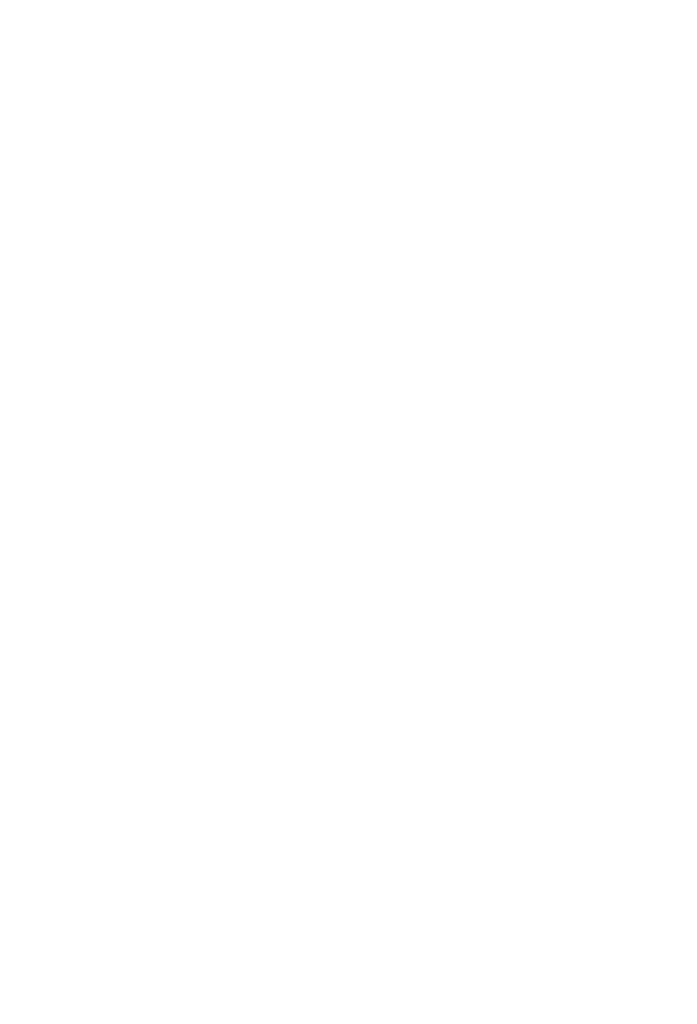
<source format=gbr>
%TF.GenerationSoftware,KiCad,Pcbnew,7.0.8*%
%TF.CreationDate,2023-11-14T18:00:56-08:00*%
%TF.ProjectId,guitar_pedal_4layer,67756974-6172-45f7-9065-64616c5f346c,rev?*%
%TF.SameCoordinates,Original*%
%TF.FileFunction,Legend,Top*%
%TF.FilePolarity,Positive*%
%FSLAX46Y46*%
G04 Gerber Fmt 4.6, Leading zero omitted, Abs format (unit mm)*
G04 Created by KiCad (PCBNEW 7.0.8) date 2023-11-14 18:00:56*
%MOMM*%
%LPD*%
G01*
G04 APERTURE LIST*
G04 Aperture macros list*
%AMRoundRect*
0 Rectangle with rounded corners*
0 $1 Rounding radius*
0 $2 $3 $4 $5 $6 $7 $8 $9 X,Y pos of 4 corners*
0 Add a 4 corners polygon primitive as box body*
4,1,4,$2,$3,$4,$5,$6,$7,$8,$9,$2,$3,0*
0 Add four circle primitives for the rounded corners*
1,1,$1+$1,$2,$3*
1,1,$1+$1,$4,$5*
1,1,$1+$1,$6,$7*
1,1,$1+$1,$8,$9*
0 Add four rect primitives between the rounded corners*
20,1,$1+$1,$2,$3,$4,$5,0*
20,1,$1+$1,$4,$5,$6,$7,0*
20,1,$1+$1,$6,$7,$8,$9,0*
20,1,$1+$1,$8,$9,$2,$3,0*%
G04 Aperture macros list end*
%ADD10C,0.100000*%
%ADD11C,0.150000*%
%ADD12C,0.203200*%
%ADD13C,0.120000*%
%ADD14R,3.302000X3.302000*%
%ADD15RoundRect,0.250000X0.312500X0.625000X-0.312500X0.625000X-0.312500X-0.625000X0.312500X-0.625000X0*%
%ADD16RoundRect,0.250000X0.325000X0.650000X-0.325000X0.650000X-0.325000X-0.650000X0.325000X-0.650000X0*%
%ADD17RoundRect,0.250000X-0.325000X-0.650000X0.325000X-0.650000X0.325000X0.650000X-0.325000X0.650000X0*%
%ADD18RoundRect,0.250000X-0.650000X0.325000X-0.650000X-0.325000X0.650000X-0.325000X0.650000X0.325000X0*%
%ADD19RoundRect,0.250000X-0.625000X0.312500X-0.625000X-0.312500X0.625000X-0.312500X0.625000X0.312500X0*%
%ADD20R,1.905000X2.000000*%
%ADD21O,1.905000X2.000000*%
%ADD22R,1.800000X1.800000*%
%ADD23C,1.800000*%
%ADD24C,3.000000*%
%ADD25RoundRect,0.250000X0.650000X-0.325000X0.650000X0.325000X-0.650000X0.325000X-0.650000X-0.325000X0*%
%ADD26RoundRect,0.250000X-0.312500X-0.625000X0.312500X-0.625000X0.312500X0.625000X-0.312500X0.625000X0*%
%ADD27C,1.500000*%
%ADD28RoundRect,0.218750X0.218750X0.256250X-0.218750X0.256250X-0.218750X-0.256250X0.218750X-0.256250X0*%
%ADD29O,1.600000X1.600000*%
%ADD30R,1.600000X1.600000*%
%ADD31RoundRect,0.250000X0.625000X-0.312500X0.625000X0.312500X-0.625000X0.312500X-0.625000X-0.312500X0*%
%ADD32R,1.700000X1.700000*%
%ADD33O,1.700000X1.700000*%
%ADD34C,3.500000*%
%ADD35RoundRect,0.150000X-0.825000X-0.150000X0.825000X-0.150000X0.825000X0.150000X-0.825000X0.150000X0*%
%ADD36R,2.290000X3.000000*%
%ADD37RoundRect,0.150000X0.150000X-0.825000X0.150000X0.825000X-0.150000X0.825000X-0.150000X-0.825000X0*%
%ADD38R,3.000000X2.290000*%
%ADD39R,1.500000X0.550000*%
%ADD40R,0.550000X1.500000*%
G04 APERTURE END LIST*
D10*
X119461918Y-70434422D02*
X119461918Y-70101089D01*
X119985728Y-69958232D02*
X119985728Y-70434422D01*
X119985728Y-70434422D02*
X118985728Y-70434422D01*
X118985728Y-70434422D02*
X118985728Y-69958232D01*
X119890489Y-68958232D02*
X119938109Y-69005851D01*
X119938109Y-69005851D02*
X119985728Y-69148708D01*
X119985728Y-69148708D02*
X119985728Y-69243946D01*
X119985728Y-69243946D02*
X119938109Y-69386803D01*
X119938109Y-69386803D02*
X119842870Y-69482041D01*
X119842870Y-69482041D02*
X119747632Y-69529660D01*
X119747632Y-69529660D02*
X119557156Y-69577279D01*
X119557156Y-69577279D02*
X119414299Y-69577279D01*
X119414299Y-69577279D02*
X119223823Y-69529660D01*
X119223823Y-69529660D02*
X119128585Y-69482041D01*
X119128585Y-69482041D02*
X119033347Y-69386803D01*
X119033347Y-69386803D02*
X118985728Y-69243946D01*
X118985728Y-69243946D02*
X118985728Y-69148708D01*
X118985728Y-69148708D02*
X119033347Y-69005851D01*
X119033347Y-69005851D02*
X119080966Y-68958232D01*
X119461918Y-68529660D02*
X119461918Y-68196327D01*
X119985728Y-68053470D02*
X119985728Y-68529660D01*
X119985728Y-68529660D02*
X118985728Y-68529660D01*
X118985728Y-68529660D02*
X118985728Y-68053470D01*
X119319061Y-66434422D02*
X119985728Y-66434422D01*
X118938109Y-66672517D02*
X119652394Y-66910612D01*
X119652394Y-66910612D02*
X119652394Y-66291565D01*
X119985728Y-65386803D02*
X119985728Y-65958231D01*
X119985728Y-65672517D02*
X118985728Y-65672517D01*
X118985728Y-65672517D02*
X119128585Y-65767755D01*
X119128585Y-65767755D02*
X119223823Y-65862993D01*
X119223823Y-65862993D02*
X119271442Y-65958231D01*
X119985728Y-64434422D02*
X119985728Y-65005850D01*
X119985728Y-64720136D02*
X118985728Y-64720136D01*
X118985728Y-64720136D02*
X119128585Y-64815374D01*
X119128585Y-64815374D02*
X119223823Y-64910612D01*
X119223823Y-64910612D02*
X119271442Y-65005850D01*
X118985728Y-63386802D02*
X118985728Y-62815374D01*
X119985728Y-63101088D02*
X118985728Y-63101088D01*
X119938109Y-62101088D02*
X119985728Y-62196326D01*
X119985728Y-62196326D02*
X119985728Y-62386802D01*
X119985728Y-62386802D02*
X119938109Y-62482040D01*
X119938109Y-62482040D02*
X119842870Y-62529659D01*
X119842870Y-62529659D02*
X119461918Y-62529659D01*
X119461918Y-62529659D02*
X119366680Y-62482040D01*
X119366680Y-62482040D02*
X119319061Y-62386802D01*
X119319061Y-62386802D02*
X119319061Y-62196326D01*
X119319061Y-62196326D02*
X119366680Y-62101088D01*
X119366680Y-62101088D02*
X119461918Y-62053469D01*
X119461918Y-62053469D02*
X119557156Y-62053469D01*
X119557156Y-62053469D02*
X119652394Y-62529659D01*
X119985728Y-61196326D02*
X119461918Y-61196326D01*
X119461918Y-61196326D02*
X119366680Y-61243945D01*
X119366680Y-61243945D02*
X119319061Y-61339183D01*
X119319061Y-61339183D02*
X119319061Y-61529659D01*
X119319061Y-61529659D02*
X119366680Y-61624897D01*
X119938109Y-61196326D02*
X119985728Y-61291564D01*
X119985728Y-61291564D02*
X119985728Y-61529659D01*
X119985728Y-61529659D02*
X119938109Y-61624897D01*
X119938109Y-61624897D02*
X119842870Y-61672516D01*
X119842870Y-61672516D02*
X119747632Y-61672516D01*
X119747632Y-61672516D02*
X119652394Y-61624897D01*
X119652394Y-61624897D02*
X119604775Y-61529659D01*
X119604775Y-61529659D02*
X119604775Y-61291564D01*
X119604775Y-61291564D02*
X119557156Y-61196326D01*
X119985728Y-60720135D02*
X119319061Y-60720135D01*
X119414299Y-60720135D02*
X119366680Y-60672516D01*
X119366680Y-60672516D02*
X119319061Y-60577278D01*
X119319061Y-60577278D02*
X119319061Y-60434421D01*
X119319061Y-60434421D02*
X119366680Y-60339183D01*
X119366680Y-60339183D02*
X119461918Y-60291564D01*
X119461918Y-60291564D02*
X119985728Y-60291564D01*
X119461918Y-60291564D02*
X119366680Y-60243945D01*
X119366680Y-60243945D02*
X119319061Y-60148707D01*
X119319061Y-60148707D02*
X119319061Y-60005850D01*
X119319061Y-60005850D02*
X119366680Y-59910611D01*
X119366680Y-59910611D02*
X119461918Y-59862992D01*
X119461918Y-59862992D02*
X119985728Y-59862992D01*
X119985728Y-58101088D02*
X119985728Y-58672516D01*
X119985728Y-58386802D02*
X118985728Y-58386802D01*
X118985728Y-58386802D02*
X119128585Y-58482040D01*
X119128585Y-58482040D02*
X119223823Y-58577278D01*
X119223823Y-58577278D02*
X119271442Y-58672516D01*
X119080966Y-57720135D02*
X119033347Y-57672516D01*
X119033347Y-57672516D02*
X118985728Y-57577278D01*
X118985728Y-57577278D02*
X118985728Y-57339183D01*
X118985728Y-57339183D02*
X119033347Y-57243945D01*
X119033347Y-57243945D02*
X119080966Y-57196326D01*
X119080966Y-57196326D02*
X119176204Y-57148707D01*
X119176204Y-57148707D02*
X119271442Y-57148707D01*
X119271442Y-57148707D02*
X119414299Y-57196326D01*
X119414299Y-57196326D02*
X119985728Y-57767754D01*
X119985728Y-57767754D02*
X119985728Y-57148707D01*
X120595728Y-70577279D02*
X121595728Y-70243946D01*
X121595728Y-70243946D02*
X120595728Y-69910613D01*
X121548109Y-69196327D02*
X121595728Y-69291565D01*
X121595728Y-69291565D02*
X121595728Y-69482041D01*
X121595728Y-69482041D02*
X121548109Y-69577279D01*
X121548109Y-69577279D02*
X121452870Y-69624898D01*
X121452870Y-69624898D02*
X121071918Y-69624898D01*
X121071918Y-69624898D02*
X120976680Y-69577279D01*
X120976680Y-69577279D02*
X120929061Y-69482041D01*
X120929061Y-69482041D02*
X120929061Y-69291565D01*
X120929061Y-69291565D02*
X120976680Y-69196327D01*
X120976680Y-69196327D02*
X121071918Y-69148708D01*
X121071918Y-69148708D02*
X121167156Y-69148708D01*
X121167156Y-69148708D02*
X121262394Y-69624898D01*
X121595728Y-68720136D02*
X120929061Y-68720136D01*
X121119537Y-68720136D02*
X121024299Y-68672517D01*
X121024299Y-68672517D02*
X120976680Y-68624898D01*
X120976680Y-68624898D02*
X120929061Y-68529660D01*
X120929061Y-68529660D02*
X120929061Y-68434422D01*
X121548109Y-68148707D02*
X121595728Y-68053469D01*
X121595728Y-68053469D02*
X121595728Y-67862993D01*
X121595728Y-67862993D02*
X121548109Y-67767755D01*
X121548109Y-67767755D02*
X121452870Y-67720136D01*
X121452870Y-67720136D02*
X121405251Y-67720136D01*
X121405251Y-67720136D02*
X121310013Y-67767755D01*
X121310013Y-67767755D02*
X121262394Y-67862993D01*
X121262394Y-67862993D02*
X121262394Y-68005850D01*
X121262394Y-68005850D02*
X121214775Y-68101088D01*
X121214775Y-68101088D02*
X121119537Y-68148707D01*
X121119537Y-68148707D02*
X121071918Y-68148707D01*
X121071918Y-68148707D02*
X120976680Y-68101088D01*
X120976680Y-68101088D02*
X120929061Y-68005850D01*
X120929061Y-68005850D02*
X120929061Y-67862993D01*
X120929061Y-67862993D02*
X120976680Y-67767755D01*
X121595728Y-67291564D02*
X120929061Y-67291564D01*
X120595728Y-67291564D02*
X120643347Y-67339183D01*
X120643347Y-67339183D02*
X120690966Y-67291564D01*
X120690966Y-67291564D02*
X120643347Y-67243945D01*
X120643347Y-67243945D02*
X120595728Y-67291564D01*
X120595728Y-67291564D02*
X120690966Y-67291564D01*
X121595728Y-66672517D02*
X121548109Y-66767755D01*
X121548109Y-66767755D02*
X121500489Y-66815374D01*
X121500489Y-66815374D02*
X121405251Y-66862993D01*
X121405251Y-66862993D02*
X121119537Y-66862993D01*
X121119537Y-66862993D02*
X121024299Y-66815374D01*
X121024299Y-66815374D02*
X120976680Y-66767755D01*
X120976680Y-66767755D02*
X120929061Y-66672517D01*
X120929061Y-66672517D02*
X120929061Y-66529660D01*
X120929061Y-66529660D02*
X120976680Y-66434422D01*
X120976680Y-66434422D02*
X121024299Y-66386803D01*
X121024299Y-66386803D02*
X121119537Y-66339184D01*
X121119537Y-66339184D02*
X121405251Y-66339184D01*
X121405251Y-66339184D02*
X121500489Y-66386803D01*
X121500489Y-66386803D02*
X121548109Y-66434422D01*
X121548109Y-66434422D02*
X121595728Y-66529660D01*
X121595728Y-66529660D02*
X121595728Y-66672517D01*
X120929061Y-65910612D02*
X121595728Y-65910612D01*
X121024299Y-65910612D02*
X120976680Y-65862993D01*
X120976680Y-65862993D02*
X120929061Y-65767755D01*
X120929061Y-65767755D02*
X120929061Y-65624898D01*
X120929061Y-65624898D02*
X120976680Y-65529660D01*
X120976680Y-65529660D02*
X121071918Y-65482041D01*
X121071918Y-65482041D02*
X121595728Y-65482041D01*
X121595728Y-63720136D02*
X121595728Y-64291564D01*
X121595728Y-64005850D02*
X120595728Y-64005850D01*
X120595728Y-64005850D02*
X120738585Y-64101088D01*
X120738585Y-64101088D02*
X120833823Y-64196326D01*
X120833823Y-64196326D02*
X120881442Y-64291564D01*
X121500489Y-63291564D02*
X121548109Y-63243945D01*
X121548109Y-63243945D02*
X121595728Y-63291564D01*
X121595728Y-63291564D02*
X121548109Y-63339183D01*
X121548109Y-63339183D02*
X121500489Y-63291564D01*
X121500489Y-63291564D02*
X121595728Y-63291564D01*
X121595728Y-62291565D02*
X121595728Y-62862993D01*
X121595728Y-62577279D02*
X120595728Y-62577279D01*
X120595728Y-62577279D02*
X120738585Y-62672517D01*
X120738585Y-62672517D02*
X120833823Y-62767755D01*
X120833823Y-62767755D02*
X120881442Y-62862993D01*
X120595728Y-61386803D02*
X120595728Y-61862993D01*
X120595728Y-61862993D02*
X121071918Y-61910612D01*
X121071918Y-61910612D02*
X121024299Y-61862993D01*
X121024299Y-61862993D02*
X120976680Y-61767755D01*
X120976680Y-61767755D02*
X120976680Y-61529660D01*
X120976680Y-61529660D02*
X121024299Y-61434422D01*
X121024299Y-61434422D02*
X121071918Y-61386803D01*
X121071918Y-61386803D02*
X121167156Y-61339184D01*
X121167156Y-61339184D02*
X121405251Y-61339184D01*
X121405251Y-61339184D02*
X121500489Y-61386803D01*
X121500489Y-61386803D02*
X121548109Y-61434422D01*
X121548109Y-61434422D02*
X121595728Y-61529660D01*
X121595728Y-61529660D02*
X121595728Y-61767755D01*
X121595728Y-61767755D02*
X121548109Y-61862993D01*
X121548109Y-61862993D02*
X121500489Y-61910612D01*
X123205728Y-69910613D02*
X123205728Y-70482041D01*
X123205728Y-70196327D02*
X122205728Y-70196327D01*
X122205728Y-70196327D02*
X122348585Y-70291565D01*
X122348585Y-70291565D02*
X122443823Y-70386803D01*
X122443823Y-70386803D02*
X122491442Y-70482041D01*
X123205728Y-68958232D02*
X123205728Y-69529660D01*
X123205728Y-69243946D02*
X122205728Y-69243946D01*
X122205728Y-69243946D02*
X122348585Y-69339184D01*
X122348585Y-69339184D02*
X122443823Y-69434422D01*
X122443823Y-69434422D02*
X122491442Y-69529660D01*
X122158109Y-67815375D02*
X123443823Y-68672517D01*
X123205728Y-66958232D02*
X123205728Y-67529660D01*
X123205728Y-67243946D02*
X122205728Y-67243946D01*
X122205728Y-67243946D02*
X122348585Y-67339184D01*
X122348585Y-67339184D02*
X122443823Y-67434422D01*
X122443823Y-67434422D02*
X122491442Y-67529660D01*
X122539061Y-66101089D02*
X123205728Y-66101089D01*
X122158109Y-66339184D02*
X122872394Y-66577279D01*
X122872394Y-66577279D02*
X122872394Y-65958232D01*
X122158109Y-64862994D02*
X123443823Y-65720136D01*
X122300966Y-64577279D02*
X122253347Y-64529660D01*
X122253347Y-64529660D02*
X122205728Y-64434422D01*
X122205728Y-64434422D02*
X122205728Y-64196327D01*
X122205728Y-64196327D02*
X122253347Y-64101089D01*
X122253347Y-64101089D02*
X122300966Y-64053470D01*
X122300966Y-64053470D02*
X122396204Y-64005851D01*
X122396204Y-64005851D02*
X122491442Y-64005851D01*
X122491442Y-64005851D02*
X122634299Y-64053470D01*
X122634299Y-64053470D02*
X123205728Y-64624898D01*
X123205728Y-64624898D02*
X123205728Y-64005851D01*
X122205728Y-63386803D02*
X122205728Y-63291565D01*
X122205728Y-63291565D02*
X122253347Y-63196327D01*
X122253347Y-63196327D02*
X122300966Y-63148708D01*
X122300966Y-63148708D02*
X122396204Y-63101089D01*
X122396204Y-63101089D02*
X122586680Y-63053470D01*
X122586680Y-63053470D02*
X122824775Y-63053470D01*
X122824775Y-63053470D02*
X123015251Y-63101089D01*
X123015251Y-63101089D02*
X123110489Y-63148708D01*
X123110489Y-63148708D02*
X123158109Y-63196327D01*
X123158109Y-63196327D02*
X123205728Y-63291565D01*
X123205728Y-63291565D02*
X123205728Y-63386803D01*
X123205728Y-63386803D02*
X123158109Y-63482041D01*
X123158109Y-63482041D02*
X123110489Y-63529660D01*
X123110489Y-63529660D02*
X123015251Y-63577279D01*
X123015251Y-63577279D02*
X122824775Y-63624898D01*
X122824775Y-63624898D02*
X122586680Y-63624898D01*
X122586680Y-63624898D02*
X122396204Y-63577279D01*
X122396204Y-63577279D02*
X122300966Y-63529660D01*
X122300966Y-63529660D02*
X122253347Y-63482041D01*
X122253347Y-63482041D02*
X122205728Y-63386803D01*
X122300966Y-62672517D02*
X122253347Y-62624898D01*
X122253347Y-62624898D02*
X122205728Y-62529660D01*
X122205728Y-62529660D02*
X122205728Y-62291565D01*
X122205728Y-62291565D02*
X122253347Y-62196327D01*
X122253347Y-62196327D02*
X122300966Y-62148708D01*
X122300966Y-62148708D02*
X122396204Y-62101089D01*
X122396204Y-62101089D02*
X122491442Y-62101089D01*
X122491442Y-62101089D02*
X122634299Y-62148708D01*
X122634299Y-62148708D02*
X123205728Y-62720136D01*
X123205728Y-62720136D02*
X123205728Y-62101089D01*
X122205728Y-61767755D02*
X122205728Y-61148708D01*
X122205728Y-61148708D02*
X122586680Y-61482041D01*
X122586680Y-61482041D02*
X122586680Y-61339184D01*
X122586680Y-61339184D02*
X122634299Y-61243946D01*
X122634299Y-61243946D02*
X122681918Y-61196327D01*
X122681918Y-61196327D02*
X122777156Y-61148708D01*
X122777156Y-61148708D02*
X123015251Y-61148708D01*
X123015251Y-61148708D02*
X123110489Y-61196327D01*
X123110489Y-61196327D02*
X123158109Y-61243946D01*
X123158109Y-61243946D02*
X123205728Y-61339184D01*
X123205728Y-61339184D02*
X123205728Y-61624898D01*
X123205728Y-61624898D02*
X123158109Y-61720136D01*
X123158109Y-61720136D02*
X123110489Y-61767755D01*
D11*
X129332074Y-98833694D02*
X128998741Y-98357503D01*
X128760646Y-98833694D02*
X128760646Y-97833694D01*
X128760646Y-97833694D02*
X129141598Y-97833694D01*
X129141598Y-97833694D02*
X129236836Y-97881313D01*
X129236836Y-97881313D02*
X129284455Y-97928932D01*
X129284455Y-97928932D02*
X129332074Y-98024170D01*
X129332074Y-98024170D02*
X129332074Y-98167027D01*
X129332074Y-98167027D02*
X129284455Y-98262265D01*
X129284455Y-98262265D02*
X129236836Y-98309884D01*
X129236836Y-98309884D02*
X129141598Y-98357503D01*
X129141598Y-98357503D02*
X128760646Y-98357503D01*
X130236836Y-97833694D02*
X129760646Y-97833694D01*
X129760646Y-97833694D02*
X129713027Y-98309884D01*
X129713027Y-98309884D02*
X129760646Y-98262265D01*
X129760646Y-98262265D02*
X129855884Y-98214646D01*
X129855884Y-98214646D02*
X130093979Y-98214646D01*
X130093979Y-98214646D02*
X130189217Y-98262265D01*
X130189217Y-98262265D02*
X130236836Y-98309884D01*
X130236836Y-98309884D02*
X130284455Y-98405122D01*
X130284455Y-98405122D02*
X130284455Y-98643217D01*
X130284455Y-98643217D02*
X130236836Y-98738455D01*
X130236836Y-98738455D02*
X130189217Y-98786075D01*
X130189217Y-98786075D02*
X130093979Y-98833694D01*
X130093979Y-98833694D02*
X129855884Y-98833694D01*
X129855884Y-98833694D02*
X129760646Y-98786075D01*
X129760646Y-98786075D02*
X129713027Y-98738455D01*
X126712227Y-82139840D02*
X126664608Y-82187460D01*
X126664608Y-82187460D02*
X126521751Y-82235079D01*
X126521751Y-82235079D02*
X126426513Y-82235079D01*
X126426513Y-82235079D02*
X126283656Y-82187460D01*
X126283656Y-82187460D02*
X126188418Y-82092221D01*
X126188418Y-82092221D02*
X126140799Y-81996983D01*
X126140799Y-81996983D02*
X126093180Y-81806507D01*
X126093180Y-81806507D02*
X126093180Y-81663650D01*
X126093180Y-81663650D02*
X126140799Y-81473174D01*
X126140799Y-81473174D02*
X126188418Y-81377936D01*
X126188418Y-81377936D02*
X126283656Y-81282698D01*
X126283656Y-81282698D02*
X126426513Y-81235079D01*
X126426513Y-81235079D02*
X126521751Y-81235079D01*
X126521751Y-81235079D02*
X126664608Y-81282698D01*
X126664608Y-81282698D02*
X126712227Y-81330317D01*
X127616989Y-81235079D02*
X127140799Y-81235079D01*
X127140799Y-81235079D02*
X127093180Y-81711269D01*
X127093180Y-81711269D02*
X127140799Y-81663650D01*
X127140799Y-81663650D02*
X127236037Y-81616031D01*
X127236037Y-81616031D02*
X127474132Y-81616031D01*
X127474132Y-81616031D02*
X127569370Y-81663650D01*
X127569370Y-81663650D02*
X127616989Y-81711269D01*
X127616989Y-81711269D02*
X127664608Y-81806507D01*
X127664608Y-81806507D02*
X127664608Y-82044602D01*
X127664608Y-82044602D02*
X127616989Y-82139840D01*
X127616989Y-82139840D02*
X127569370Y-82187460D01*
X127569370Y-82187460D02*
X127474132Y-82235079D01*
X127474132Y-82235079D02*
X127236037Y-82235079D01*
X127236037Y-82235079D02*
X127140799Y-82187460D01*
X127140799Y-82187460D02*
X127093180Y-82139840D01*
X129332074Y-103982300D02*
X129284455Y-104029920D01*
X129284455Y-104029920D02*
X129141598Y-104077539D01*
X129141598Y-104077539D02*
X129046360Y-104077539D01*
X129046360Y-104077539D02*
X128903503Y-104029920D01*
X128903503Y-104029920D02*
X128808265Y-103934681D01*
X128808265Y-103934681D02*
X128760646Y-103839443D01*
X128760646Y-103839443D02*
X128713027Y-103648967D01*
X128713027Y-103648967D02*
X128713027Y-103506110D01*
X128713027Y-103506110D02*
X128760646Y-103315634D01*
X128760646Y-103315634D02*
X128808265Y-103220396D01*
X128808265Y-103220396D02*
X128903503Y-103125158D01*
X128903503Y-103125158D02*
X129046360Y-103077539D01*
X129046360Y-103077539D02*
X129141598Y-103077539D01*
X129141598Y-103077539D02*
X129284455Y-103125158D01*
X129284455Y-103125158D02*
X129332074Y-103172777D01*
X129665408Y-103077539D02*
X130332074Y-103077539D01*
X130332074Y-103077539D02*
X129903503Y-104077539D01*
X176889580Y-67681666D02*
X176937200Y-67729285D01*
X176937200Y-67729285D02*
X176984819Y-67872142D01*
X176984819Y-67872142D02*
X176984819Y-67967380D01*
X176984819Y-67967380D02*
X176937200Y-68110237D01*
X176937200Y-68110237D02*
X176841961Y-68205475D01*
X176841961Y-68205475D02*
X176746723Y-68253094D01*
X176746723Y-68253094D02*
X176556247Y-68300713D01*
X176556247Y-68300713D02*
X176413390Y-68300713D01*
X176413390Y-68300713D02*
X176222914Y-68253094D01*
X176222914Y-68253094D02*
X176127676Y-68205475D01*
X176127676Y-68205475D02*
X176032438Y-68110237D01*
X176032438Y-68110237D02*
X175984819Y-67967380D01*
X175984819Y-67967380D02*
X175984819Y-67872142D01*
X175984819Y-67872142D02*
X176032438Y-67729285D01*
X176032438Y-67729285D02*
X176080057Y-67681666D01*
X175984819Y-67348332D02*
X175984819Y-66729285D01*
X175984819Y-66729285D02*
X176365771Y-67062618D01*
X176365771Y-67062618D02*
X176365771Y-66919761D01*
X176365771Y-66919761D02*
X176413390Y-66824523D01*
X176413390Y-66824523D02*
X176461009Y-66776904D01*
X176461009Y-66776904D02*
X176556247Y-66729285D01*
X176556247Y-66729285D02*
X176794342Y-66729285D01*
X176794342Y-66729285D02*
X176889580Y-66776904D01*
X176889580Y-66776904D02*
X176937200Y-66824523D01*
X176937200Y-66824523D02*
X176984819Y-66919761D01*
X176984819Y-66919761D02*
X176984819Y-67205475D01*
X176984819Y-67205475D02*
X176937200Y-67300713D01*
X176937200Y-67300713D02*
X176889580Y-67348332D01*
X154700508Y-94648879D02*
X154224317Y-94982212D01*
X154700508Y-95220307D02*
X153700508Y-95220307D01*
X153700508Y-95220307D02*
X153700508Y-94839355D01*
X153700508Y-94839355D02*
X153748127Y-94744117D01*
X153748127Y-94744117D02*
X153795746Y-94696498D01*
X153795746Y-94696498D02*
X153890984Y-94648879D01*
X153890984Y-94648879D02*
X154033841Y-94648879D01*
X154033841Y-94648879D02*
X154129079Y-94696498D01*
X154129079Y-94696498D02*
X154176698Y-94744117D01*
X154176698Y-94744117D02*
X154224317Y-94839355D01*
X154224317Y-94839355D02*
X154224317Y-95220307D01*
X154700508Y-93696498D02*
X154700508Y-94267926D01*
X154700508Y-93982212D02*
X153700508Y-93982212D01*
X153700508Y-93982212D02*
X153843365Y-94077450D01*
X153843365Y-94077450D02*
X153938603Y-94172688D01*
X153938603Y-94172688D02*
X153986222Y-94267926D01*
X154700508Y-92744117D02*
X154700508Y-93315545D01*
X154700508Y-93029831D02*
X153700508Y-93029831D01*
X153700508Y-93029831D02*
X153843365Y-93125069D01*
X153843365Y-93125069D02*
X153938603Y-93220307D01*
X153938603Y-93220307D02*
X153986222Y-93315545D01*
X145909419Y-92225632D02*
X145576086Y-91749441D01*
X145337991Y-92225632D02*
X145337991Y-91225632D01*
X145337991Y-91225632D02*
X145718943Y-91225632D01*
X145718943Y-91225632D02*
X145814181Y-91273251D01*
X145814181Y-91273251D02*
X145861800Y-91320870D01*
X145861800Y-91320870D02*
X145909419Y-91416108D01*
X145909419Y-91416108D02*
X145909419Y-91558965D01*
X145909419Y-91558965D02*
X145861800Y-91654203D01*
X145861800Y-91654203D02*
X145814181Y-91701822D01*
X145814181Y-91701822D02*
X145718943Y-91749441D01*
X145718943Y-91749441D02*
X145337991Y-91749441D01*
X146242753Y-91225632D02*
X146861800Y-91225632D01*
X146861800Y-91225632D02*
X146528467Y-91606584D01*
X146528467Y-91606584D02*
X146671324Y-91606584D01*
X146671324Y-91606584D02*
X146766562Y-91654203D01*
X146766562Y-91654203D02*
X146814181Y-91701822D01*
X146814181Y-91701822D02*
X146861800Y-91797060D01*
X146861800Y-91797060D02*
X146861800Y-92035155D01*
X146861800Y-92035155D02*
X146814181Y-92130393D01*
X146814181Y-92130393D02*
X146766562Y-92178013D01*
X146766562Y-92178013D02*
X146671324Y-92225632D01*
X146671324Y-92225632D02*
X146385610Y-92225632D01*
X146385610Y-92225632D02*
X146290372Y-92178013D01*
X146290372Y-92178013D02*
X146242753Y-92130393D01*
X178117240Y-56334109D02*
X178117240Y-57143632D01*
X178117240Y-57143632D02*
X178164859Y-57238870D01*
X178164859Y-57238870D02*
X178212478Y-57286490D01*
X178212478Y-57286490D02*
X178307716Y-57334109D01*
X178307716Y-57334109D02*
X178498192Y-57334109D01*
X178498192Y-57334109D02*
X178593430Y-57286490D01*
X178593430Y-57286490D02*
X178641049Y-57238870D01*
X178641049Y-57238870D02*
X178688668Y-57143632D01*
X178688668Y-57143632D02*
X178688668Y-56334109D01*
X179117240Y-56429347D02*
X179164859Y-56381728D01*
X179164859Y-56381728D02*
X179260097Y-56334109D01*
X179260097Y-56334109D02*
X179498192Y-56334109D01*
X179498192Y-56334109D02*
X179593430Y-56381728D01*
X179593430Y-56381728D02*
X179641049Y-56429347D01*
X179641049Y-56429347D02*
X179688668Y-56524585D01*
X179688668Y-56524585D02*
X179688668Y-56619823D01*
X179688668Y-56619823D02*
X179641049Y-56762680D01*
X179641049Y-56762680D02*
X179069621Y-57334109D01*
X179069621Y-57334109D02*
X179688668Y-57334109D01*
X155951863Y-101069166D02*
X154951863Y-101069166D01*
X154951863Y-101069166D02*
X154951863Y-100831071D01*
X154951863Y-100831071D02*
X154999482Y-100688214D01*
X154999482Y-100688214D02*
X155094720Y-100592976D01*
X155094720Y-100592976D02*
X155189958Y-100545357D01*
X155189958Y-100545357D02*
X155380434Y-100497738D01*
X155380434Y-100497738D02*
X155523291Y-100497738D01*
X155523291Y-100497738D02*
X155713767Y-100545357D01*
X155713767Y-100545357D02*
X155809005Y-100592976D01*
X155809005Y-100592976D02*
X155904244Y-100688214D01*
X155904244Y-100688214D02*
X155951863Y-100831071D01*
X155951863Y-100831071D02*
X155951863Y-101069166D01*
X155047101Y-100116785D02*
X154999482Y-100069166D01*
X154999482Y-100069166D02*
X154951863Y-99973928D01*
X154951863Y-99973928D02*
X154951863Y-99735833D01*
X154951863Y-99735833D02*
X154999482Y-99640595D01*
X154999482Y-99640595D02*
X155047101Y-99592976D01*
X155047101Y-99592976D02*
X155142339Y-99545357D01*
X155142339Y-99545357D02*
X155237577Y-99545357D01*
X155237577Y-99545357D02*
X155380434Y-99592976D01*
X155380434Y-99592976D02*
X155951863Y-100164404D01*
X155951863Y-100164404D02*
X155951863Y-99545357D01*
X161134857Y-79803648D02*
X160801524Y-79327457D01*
X160563429Y-79803648D02*
X160563429Y-78803648D01*
X160563429Y-78803648D02*
X160944381Y-78803648D01*
X160944381Y-78803648D02*
X161039619Y-78851267D01*
X161039619Y-78851267D02*
X161087238Y-78898886D01*
X161087238Y-78898886D02*
X161134857Y-78994124D01*
X161134857Y-78994124D02*
X161134857Y-79136981D01*
X161134857Y-79136981D02*
X161087238Y-79232219D01*
X161087238Y-79232219D02*
X161039619Y-79279838D01*
X161039619Y-79279838D02*
X160944381Y-79327457D01*
X160944381Y-79327457D02*
X160563429Y-79327457D01*
X161706286Y-79232219D02*
X161611048Y-79184600D01*
X161611048Y-79184600D02*
X161563429Y-79136981D01*
X161563429Y-79136981D02*
X161515810Y-79041743D01*
X161515810Y-79041743D02*
X161515810Y-78994124D01*
X161515810Y-78994124D02*
X161563429Y-78898886D01*
X161563429Y-78898886D02*
X161611048Y-78851267D01*
X161611048Y-78851267D02*
X161706286Y-78803648D01*
X161706286Y-78803648D02*
X161896762Y-78803648D01*
X161896762Y-78803648D02*
X161992000Y-78851267D01*
X161992000Y-78851267D02*
X162039619Y-78898886D01*
X162039619Y-78898886D02*
X162087238Y-78994124D01*
X162087238Y-78994124D02*
X162087238Y-79041743D01*
X162087238Y-79041743D02*
X162039619Y-79136981D01*
X162039619Y-79136981D02*
X161992000Y-79184600D01*
X161992000Y-79184600D02*
X161896762Y-79232219D01*
X161896762Y-79232219D02*
X161706286Y-79232219D01*
X161706286Y-79232219D02*
X161611048Y-79279838D01*
X161611048Y-79279838D02*
X161563429Y-79327457D01*
X161563429Y-79327457D02*
X161515810Y-79422695D01*
X161515810Y-79422695D02*
X161515810Y-79613171D01*
X161515810Y-79613171D02*
X161563429Y-79708409D01*
X161563429Y-79708409D02*
X161611048Y-79756029D01*
X161611048Y-79756029D02*
X161706286Y-79803648D01*
X161706286Y-79803648D02*
X161896762Y-79803648D01*
X161896762Y-79803648D02*
X161992000Y-79756029D01*
X161992000Y-79756029D02*
X162039619Y-79708409D01*
X162039619Y-79708409D02*
X162087238Y-79613171D01*
X162087238Y-79613171D02*
X162087238Y-79422695D01*
X162087238Y-79422695D02*
X162039619Y-79327457D01*
X162039619Y-79327457D02*
X161992000Y-79279838D01*
X161992000Y-79279838D02*
X161896762Y-79232219D01*
X172386666Y-147234819D02*
X172386666Y-147949104D01*
X172386666Y-147949104D02*
X172339047Y-148091961D01*
X172339047Y-148091961D02*
X172243809Y-148187200D01*
X172243809Y-148187200D02*
X172100952Y-148234819D01*
X172100952Y-148234819D02*
X172005714Y-148234819D01*
X172815238Y-147330057D02*
X172862857Y-147282438D01*
X172862857Y-147282438D02*
X172958095Y-147234819D01*
X172958095Y-147234819D02*
X173196190Y-147234819D01*
X173196190Y-147234819D02*
X173291428Y-147282438D01*
X173291428Y-147282438D02*
X173339047Y-147330057D01*
X173339047Y-147330057D02*
X173386666Y-147425295D01*
X173386666Y-147425295D02*
X173386666Y-147520533D01*
X173386666Y-147520533D02*
X173339047Y-147663390D01*
X173339047Y-147663390D02*
X172767619Y-148234819D01*
X172767619Y-148234819D02*
X173386666Y-148234819D01*
X161172963Y-98967030D02*
X161125344Y-99014650D01*
X161125344Y-99014650D02*
X160982487Y-99062269D01*
X160982487Y-99062269D02*
X160887249Y-99062269D01*
X160887249Y-99062269D02*
X160744392Y-99014650D01*
X160744392Y-99014650D02*
X160649154Y-98919411D01*
X160649154Y-98919411D02*
X160601535Y-98824173D01*
X160601535Y-98824173D02*
X160553916Y-98633697D01*
X160553916Y-98633697D02*
X160553916Y-98490840D01*
X160553916Y-98490840D02*
X160601535Y-98300364D01*
X160601535Y-98300364D02*
X160649154Y-98205126D01*
X160649154Y-98205126D02*
X160744392Y-98109888D01*
X160744392Y-98109888D02*
X160887249Y-98062269D01*
X160887249Y-98062269D02*
X160982487Y-98062269D01*
X160982487Y-98062269D02*
X161125344Y-98109888D01*
X161125344Y-98109888D02*
X161172963Y-98157507D01*
X162125344Y-99062269D02*
X161553916Y-99062269D01*
X161839630Y-99062269D02*
X161839630Y-98062269D01*
X161839630Y-98062269D02*
X161744392Y-98205126D01*
X161744392Y-98205126D02*
X161649154Y-98300364D01*
X161649154Y-98300364D02*
X161553916Y-98347983D01*
X162744392Y-98062269D02*
X162839630Y-98062269D01*
X162839630Y-98062269D02*
X162934868Y-98109888D01*
X162934868Y-98109888D02*
X162982487Y-98157507D01*
X162982487Y-98157507D02*
X163030106Y-98252745D01*
X163030106Y-98252745D02*
X163077725Y-98443221D01*
X163077725Y-98443221D02*
X163077725Y-98681316D01*
X163077725Y-98681316D02*
X163030106Y-98871792D01*
X163030106Y-98871792D02*
X162982487Y-98967030D01*
X162982487Y-98967030D02*
X162934868Y-99014650D01*
X162934868Y-99014650D02*
X162839630Y-99062269D01*
X162839630Y-99062269D02*
X162744392Y-99062269D01*
X162744392Y-99062269D02*
X162649154Y-99014650D01*
X162649154Y-99014650D02*
X162601535Y-98967030D01*
X162601535Y-98967030D02*
X162553916Y-98871792D01*
X162553916Y-98871792D02*
X162506297Y-98681316D01*
X162506297Y-98681316D02*
X162506297Y-98443221D01*
X162506297Y-98443221D02*
X162553916Y-98252745D01*
X162553916Y-98252745D02*
X162601535Y-98157507D01*
X162601535Y-98157507D02*
X162649154Y-98109888D01*
X162649154Y-98109888D02*
X162744392Y-98062269D01*
X171809580Y-67681666D02*
X171857200Y-67729285D01*
X171857200Y-67729285D02*
X171904819Y-67872142D01*
X171904819Y-67872142D02*
X171904819Y-67967380D01*
X171904819Y-67967380D02*
X171857200Y-68110237D01*
X171857200Y-68110237D02*
X171761961Y-68205475D01*
X171761961Y-68205475D02*
X171666723Y-68253094D01*
X171666723Y-68253094D02*
X171476247Y-68300713D01*
X171476247Y-68300713D02*
X171333390Y-68300713D01*
X171333390Y-68300713D02*
X171142914Y-68253094D01*
X171142914Y-68253094D02*
X171047676Y-68205475D01*
X171047676Y-68205475D02*
X170952438Y-68110237D01*
X170952438Y-68110237D02*
X170904819Y-67967380D01*
X170904819Y-67967380D02*
X170904819Y-67872142D01*
X170904819Y-67872142D02*
X170952438Y-67729285D01*
X170952438Y-67729285D02*
X171000057Y-67681666D01*
X171904819Y-66729285D02*
X171904819Y-67300713D01*
X171904819Y-67014999D02*
X170904819Y-67014999D01*
X170904819Y-67014999D02*
X171047676Y-67110237D01*
X171047676Y-67110237D02*
X171142914Y-67205475D01*
X171142914Y-67205475D02*
X171190533Y-67300713D01*
X141400618Y-50198861D02*
X141352999Y-50246481D01*
X141352999Y-50246481D02*
X141210142Y-50294100D01*
X141210142Y-50294100D02*
X141114904Y-50294100D01*
X141114904Y-50294100D02*
X140972047Y-50246481D01*
X140972047Y-50246481D02*
X140876809Y-50151242D01*
X140876809Y-50151242D02*
X140829190Y-50056004D01*
X140829190Y-50056004D02*
X140781571Y-49865528D01*
X140781571Y-49865528D02*
X140781571Y-49722671D01*
X140781571Y-49722671D02*
X140829190Y-49532195D01*
X140829190Y-49532195D02*
X140876809Y-49436957D01*
X140876809Y-49436957D02*
X140972047Y-49341719D01*
X140972047Y-49341719D02*
X141114904Y-49294100D01*
X141114904Y-49294100D02*
X141210142Y-49294100D01*
X141210142Y-49294100D02*
X141352999Y-49341719D01*
X141352999Y-49341719D02*
X141400618Y-49389338D01*
X142352999Y-50294100D02*
X141781571Y-50294100D01*
X142067285Y-50294100D02*
X142067285Y-49294100D01*
X142067285Y-49294100D02*
X141972047Y-49436957D01*
X141972047Y-49436957D02*
X141876809Y-49532195D01*
X141876809Y-49532195D02*
X141781571Y-49579814D01*
X143210142Y-49294100D02*
X143019666Y-49294100D01*
X143019666Y-49294100D02*
X142924428Y-49341719D01*
X142924428Y-49341719D02*
X142876809Y-49389338D01*
X142876809Y-49389338D02*
X142781571Y-49532195D01*
X142781571Y-49532195D02*
X142733952Y-49722671D01*
X142733952Y-49722671D02*
X142733952Y-50103623D01*
X142733952Y-50103623D02*
X142781571Y-50198861D01*
X142781571Y-50198861D02*
X142829190Y-50246481D01*
X142829190Y-50246481D02*
X142924428Y-50294100D01*
X142924428Y-50294100D02*
X143114904Y-50294100D01*
X143114904Y-50294100D02*
X143210142Y-50246481D01*
X143210142Y-50246481D02*
X143257761Y-50198861D01*
X143257761Y-50198861D02*
X143305380Y-50103623D01*
X143305380Y-50103623D02*
X143305380Y-49865528D01*
X143305380Y-49865528D02*
X143257761Y-49770290D01*
X143257761Y-49770290D02*
X143210142Y-49722671D01*
X143210142Y-49722671D02*
X143114904Y-49675052D01*
X143114904Y-49675052D02*
X142924428Y-49675052D01*
X142924428Y-49675052D02*
X142829190Y-49722671D01*
X142829190Y-49722671D02*
X142781571Y-49770290D01*
X142781571Y-49770290D02*
X142733952Y-49865528D01*
X160880556Y-93998771D02*
X160547223Y-93522580D01*
X160309128Y-93998771D02*
X160309128Y-92998771D01*
X160309128Y-92998771D02*
X160690080Y-92998771D01*
X160690080Y-92998771D02*
X160785318Y-93046390D01*
X160785318Y-93046390D02*
X160832937Y-93094009D01*
X160832937Y-93094009D02*
X160880556Y-93189247D01*
X160880556Y-93189247D02*
X160880556Y-93332104D01*
X160880556Y-93332104D02*
X160832937Y-93427342D01*
X160832937Y-93427342D02*
X160785318Y-93474961D01*
X160785318Y-93474961D02*
X160690080Y-93522580D01*
X160690080Y-93522580D02*
X160309128Y-93522580D01*
X161213890Y-92998771D02*
X161880556Y-92998771D01*
X161880556Y-92998771D02*
X161451985Y-93998771D01*
X145896862Y-102461759D02*
X145563529Y-101985568D01*
X145325434Y-102461759D02*
X145325434Y-101461759D01*
X145325434Y-101461759D02*
X145706386Y-101461759D01*
X145706386Y-101461759D02*
X145801624Y-101509378D01*
X145801624Y-101509378D02*
X145849243Y-101556997D01*
X145849243Y-101556997D02*
X145896862Y-101652235D01*
X145896862Y-101652235D02*
X145896862Y-101795092D01*
X145896862Y-101795092D02*
X145849243Y-101890330D01*
X145849243Y-101890330D02*
X145801624Y-101937949D01*
X145801624Y-101937949D02*
X145706386Y-101985568D01*
X145706386Y-101985568D02*
X145325434Y-101985568D01*
X146277815Y-101556997D02*
X146325434Y-101509378D01*
X146325434Y-101509378D02*
X146420672Y-101461759D01*
X146420672Y-101461759D02*
X146658767Y-101461759D01*
X146658767Y-101461759D02*
X146754005Y-101509378D01*
X146754005Y-101509378D02*
X146801624Y-101556997D01*
X146801624Y-101556997D02*
X146849243Y-101652235D01*
X146849243Y-101652235D02*
X146849243Y-101747473D01*
X146849243Y-101747473D02*
X146801624Y-101890330D01*
X146801624Y-101890330D02*
X146230196Y-102461759D01*
X146230196Y-102461759D02*
X146849243Y-102461759D01*
X135504561Y-74961356D02*
X135504561Y-75437547D01*
X135171228Y-74437547D02*
X135504561Y-74961356D01*
X135504561Y-74961356D02*
X135837894Y-74437547D01*
X136695037Y-75437547D02*
X136123609Y-75437547D01*
X136409323Y-75437547D02*
X136409323Y-74437547D01*
X136409323Y-74437547D02*
X136314085Y-74580404D01*
X136314085Y-74580404D02*
X136218847Y-74675642D01*
X136218847Y-74675642D02*
X136123609Y-74723261D01*
X173291617Y-72475479D02*
X173291617Y-71475479D01*
X173291617Y-71475479D02*
X173529712Y-71475479D01*
X173529712Y-71475479D02*
X173672569Y-71523098D01*
X173672569Y-71523098D02*
X173767807Y-71618336D01*
X173767807Y-71618336D02*
X173815426Y-71713574D01*
X173815426Y-71713574D02*
X173863045Y-71904050D01*
X173863045Y-71904050D02*
X173863045Y-72046907D01*
X173863045Y-72046907D02*
X173815426Y-72237383D01*
X173815426Y-72237383D02*
X173767807Y-72332621D01*
X173767807Y-72332621D02*
X173672569Y-72427860D01*
X173672569Y-72427860D02*
X173529712Y-72475479D01*
X173529712Y-72475479D02*
X173291617Y-72475479D01*
X174815426Y-72475479D02*
X174243998Y-72475479D01*
X174529712Y-72475479D02*
X174529712Y-71475479D01*
X174529712Y-71475479D02*
X174434474Y-71618336D01*
X174434474Y-71618336D02*
X174339236Y-71713574D01*
X174339236Y-71713574D02*
X174243998Y-71761193D01*
X165740331Y-79612302D02*
X165692712Y-79659922D01*
X165692712Y-79659922D02*
X165549855Y-79707541D01*
X165549855Y-79707541D02*
X165454617Y-79707541D01*
X165454617Y-79707541D02*
X165311760Y-79659922D01*
X165311760Y-79659922D02*
X165216522Y-79564683D01*
X165216522Y-79564683D02*
X165168903Y-79469445D01*
X165168903Y-79469445D02*
X165121284Y-79278969D01*
X165121284Y-79278969D02*
X165121284Y-79136112D01*
X165121284Y-79136112D02*
X165168903Y-78945636D01*
X165168903Y-78945636D02*
X165216522Y-78850398D01*
X165216522Y-78850398D02*
X165311760Y-78755160D01*
X165311760Y-78755160D02*
X165454617Y-78707541D01*
X165454617Y-78707541D02*
X165549855Y-78707541D01*
X165549855Y-78707541D02*
X165692712Y-78755160D01*
X165692712Y-78755160D02*
X165740331Y-78802779D01*
X166692712Y-79707541D02*
X166121284Y-79707541D01*
X166406998Y-79707541D02*
X166406998Y-78707541D01*
X166406998Y-78707541D02*
X166311760Y-78850398D01*
X166311760Y-78850398D02*
X166216522Y-78945636D01*
X166216522Y-78945636D02*
X166121284Y-78993255D01*
X167549855Y-79040874D02*
X167549855Y-79707541D01*
X167311760Y-78659922D02*
X167073665Y-79374207D01*
X167073665Y-79374207D02*
X167692712Y-79374207D01*
X132696666Y-55334819D02*
X132696666Y-56049104D01*
X132696666Y-56049104D02*
X132649047Y-56191961D01*
X132649047Y-56191961D02*
X132553809Y-56287200D01*
X132553809Y-56287200D02*
X132410952Y-56334819D01*
X132410952Y-56334819D02*
X132315714Y-56334819D01*
X133077619Y-55334819D02*
X133696666Y-55334819D01*
X133696666Y-55334819D02*
X133363333Y-55715771D01*
X133363333Y-55715771D02*
X133506190Y-55715771D01*
X133506190Y-55715771D02*
X133601428Y-55763390D01*
X133601428Y-55763390D02*
X133649047Y-55811009D01*
X133649047Y-55811009D02*
X133696666Y-55906247D01*
X133696666Y-55906247D02*
X133696666Y-56144342D01*
X133696666Y-56144342D02*
X133649047Y-56239580D01*
X133649047Y-56239580D02*
X133601428Y-56287200D01*
X133601428Y-56287200D02*
X133506190Y-56334819D01*
X133506190Y-56334819D02*
X133220476Y-56334819D01*
X133220476Y-56334819D02*
X133125238Y-56287200D01*
X133125238Y-56287200D02*
X133077619Y-56239580D01*
X129386134Y-109015043D02*
X129052801Y-108538852D01*
X128814706Y-109015043D02*
X128814706Y-108015043D01*
X128814706Y-108015043D02*
X129195658Y-108015043D01*
X129195658Y-108015043D02*
X129290896Y-108062662D01*
X129290896Y-108062662D02*
X129338515Y-108110281D01*
X129338515Y-108110281D02*
X129386134Y-108205519D01*
X129386134Y-108205519D02*
X129386134Y-108348376D01*
X129386134Y-108348376D02*
X129338515Y-108443614D01*
X129338515Y-108443614D02*
X129290896Y-108491233D01*
X129290896Y-108491233D02*
X129195658Y-108538852D01*
X129195658Y-108538852D02*
X128814706Y-108538852D01*
X130243277Y-108348376D02*
X130243277Y-109015043D01*
X130005182Y-107967424D02*
X129767087Y-108681709D01*
X129767087Y-108681709D02*
X130386134Y-108681709D01*
X130919108Y-69238380D02*
X130442917Y-69571713D01*
X130919108Y-69809808D02*
X129919108Y-69809808D01*
X129919108Y-69809808D02*
X129919108Y-69428856D01*
X129919108Y-69428856D02*
X129966727Y-69333618D01*
X129966727Y-69333618D02*
X130014346Y-69285999D01*
X130014346Y-69285999D02*
X130109584Y-69238380D01*
X130109584Y-69238380D02*
X130252441Y-69238380D01*
X130252441Y-69238380D02*
X130347679Y-69285999D01*
X130347679Y-69285999D02*
X130395298Y-69333618D01*
X130395298Y-69333618D02*
X130442917Y-69428856D01*
X130442917Y-69428856D02*
X130442917Y-69809808D01*
X130919108Y-68285999D02*
X130919108Y-68857427D01*
X130919108Y-68571713D02*
X129919108Y-68571713D01*
X129919108Y-68571713D02*
X130061965Y-68666951D01*
X130061965Y-68666951D02*
X130157203Y-68762189D01*
X130157203Y-68762189D02*
X130204822Y-68857427D01*
X130014346Y-67905046D02*
X129966727Y-67857427D01*
X129966727Y-67857427D02*
X129919108Y-67762189D01*
X129919108Y-67762189D02*
X129919108Y-67524094D01*
X129919108Y-67524094D02*
X129966727Y-67428856D01*
X129966727Y-67428856D02*
X130014346Y-67381237D01*
X130014346Y-67381237D02*
X130109584Y-67333618D01*
X130109584Y-67333618D02*
X130204822Y-67333618D01*
X130204822Y-67333618D02*
X130347679Y-67381237D01*
X130347679Y-67381237D02*
X130919108Y-67952665D01*
X130919108Y-67952665D02*
X130919108Y-67333618D01*
X170767276Y-103959775D02*
X170719657Y-104007395D01*
X170719657Y-104007395D02*
X170576800Y-104055014D01*
X170576800Y-104055014D02*
X170481562Y-104055014D01*
X170481562Y-104055014D02*
X170338705Y-104007395D01*
X170338705Y-104007395D02*
X170243467Y-103912156D01*
X170243467Y-103912156D02*
X170195848Y-103816918D01*
X170195848Y-103816918D02*
X170148229Y-103626442D01*
X170148229Y-103626442D02*
X170148229Y-103483585D01*
X170148229Y-103483585D02*
X170195848Y-103293109D01*
X170195848Y-103293109D02*
X170243467Y-103197871D01*
X170243467Y-103197871D02*
X170338705Y-103102633D01*
X170338705Y-103102633D02*
X170481562Y-103055014D01*
X170481562Y-103055014D02*
X170576800Y-103055014D01*
X170576800Y-103055014D02*
X170719657Y-103102633D01*
X170719657Y-103102633D02*
X170767276Y-103150252D01*
X171719657Y-104055014D02*
X171148229Y-104055014D01*
X171433943Y-104055014D02*
X171433943Y-103055014D01*
X171433943Y-103055014D02*
X171338705Y-103197871D01*
X171338705Y-103197871D02*
X171243467Y-103293109D01*
X171243467Y-103293109D02*
X171148229Y-103340728D01*
X172672038Y-104055014D02*
X172100610Y-104055014D01*
X172386324Y-104055014D02*
X172386324Y-103055014D01*
X172386324Y-103055014D02*
X172291086Y-103197871D01*
X172291086Y-103197871D02*
X172195848Y-103293109D01*
X172195848Y-103293109D02*
X172100610Y-103340728D01*
X163992156Y-61596947D02*
X164039776Y-61644566D01*
X164039776Y-61644566D02*
X164087395Y-61787423D01*
X164087395Y-61787423D02*
X164087395Y-61882661D01*
X164087395Y-61882661D02*
X164039776Y-62025518D01*
X164039776Y-62025518D02*
X163944537Y-62120756D01*
X163944537Y-62120756D02*
X163849299Y-62168375D01*
X163849299Y-62168375D02*
X163658823Y-62215994D01*
X163658823Y-62215994D02*
X163515966Y-62215994D01*
X163515966Y-62215994D02*
X163325490Y-62168375D01*
X163325490Y-62168375D02*
X163230252Y-62120756D01*
X163230252Y-62120756D02*
X163135014Y-62025518D01*
X163135014Y-62025518D02*
X163087395Y-61882661D01*
X163087395Y-61882661D02*
X163087395Y-61787423D01*
X163087395Y-61787423D02*
X163135014Y-61644566D01*
X163135014Y-61644566D02*
X163182633Y-61596947D01*
X164087395Y-60644566D02*
X164087395Y-61215994D01*
X164087395Y-60930280D02*
X163087395Y-60930280D01*
X163087395Y-60930280D02*
X163230252Y-61025518D01*
X163230252Y-61025518D02*
X163325490Y-61120756D01*
X163325490Y-61120756D02*
X163373109Y-61215994D01*
X163087395Y-59739804D02*
X163087395Y-60215994D01*
X163087395Y-60215994D02*
X163563585Y-60263613D01*
X163563585Y-60263613D02*
X163515966Y-60215994D01*
X163515966Y-60215994D02*
X163468347Y-60120756D01*
X163468347Y-60120756D02*
X163468347Y-59882661D01*
X163468347Y-59882661D02*
X163515966Y-59787423D01*
X163515966Y-59787423D02*
X163563585Y-59739804D01*
X163563585Y-59739804D02*
X163658823Y-59692185D01*
X163658823Y-59692185D02*
X163896918Y-59692185D01*
X163896918Y-59692185D02*
X163992156Y-59739804D01*
X163992156Y-59739804D02*
X164039776Y-59787423D01*
X164039776Y-59787423D02*
X164087395Y-59882661D01*
X164087395Y-59882661D02*
X164087395Y-60120756D01*
X164087395Y-60120756D02*
X164039776Y-60215994D01*
X164039776Y-60215994D02*
X163992156Y-60263613D01*
X150725048Y-56661532D02*
X150391715Y-56185341D01*
X150153620Y-56661532D02*
X150153620Y-55661532D01*
X150153620Y-55661532D02*
X150534572Y-55661532D01*
X150534572Y-55661532D02*
X150629810Y-55709151D01*
X150629810Y-55709151D02*
X150677429Y-55756770D01*
X150677429Y-55756770D02*
X150725048Y-55852008D01*
X150725048Y-55852008D02*
X150725048Y-55994865D01*
X150725048Y-55994865D02*
X150677429Y-56090103D01*
X150677429Y-56090103D02*
X150629810Y-56137722D01*
X150629810Y-56137722D02*
X150534572Y-56185341D01*
X150534572Y-56185341D02*
X150153620Y-56185341D01*
X151010763Y-55661532D02*
X151344096Y-56661532D01*
X151344096Y-56661532D02*
X151677429Y-55661532D01*
X152534572Y-56661532D02*
X151963144Y-56661532D01*
X152248858Y-56661532D02*
X152248858Y-55661532D01*
X152248858Y-55661532D02*
X152153620Y-55804389D01*
X152153620Y-55804389D02*
X152058382Y-55899627D01*
X152058382Y-55899627D02*
X151963144Y-55947246D01*
X136331271Y-50160602D02*
X136283652Y-50208222D01*
X136283652Y-50208222D02*
X136140795Y-50255841D01*
X136140795Y-50255841D02*
X136045557Y-50255841D01*
X136045557Y-50255841D02*
X135902700Y-50208222D01*
X135902700Y-50208222D02*
X135807462Y-50112983D01*
X135807462Y-50112983D02*
X135759843Y-50017745D01*
X135759843Y-50017745D02*
X135712224Y-49827269D01*
X135712224Y-49827269D02*
X135712224Y-49684412D01*
X135712224Y-49684412D02*
X135759843Y-49493936D01*
X135759843Y-49493936D02*
X135807462Y-49398698D01*
X135807462Y-49398698D02*
X135902700Y-49303460D01*
X135902700Y-49303460D02*
X136045557Y-49255841D01*
X136045557Y-49255841D02*
X136140795Y-49255841D01*
X136140795Y-49255841D02*
X136283652Y-49303460D01*
X136283652Y-49303460D02*
X136331271Y-49351079D01*
X137283652Y-50255841D02*
X136712224Y-50255841D01*
X136997938Y-50255841D02*
X136997938Y-49255841D01*
X136997938Y-49255841D02*
X136902700Y-49398698D01*
X136902700Y-49398698D02*
X136807462Y-49493936D01*
X136807462Y-49493936D02*
X136712224Y-49541555D01*
X137616986Y-49255841D02*
X138283652Y-49255841D01*
X138283652Y-49255841D02*
X137855081Y-50255841D01*
X170809648Y-84794411D02*
X170762029Y-84842031D01*
X170762029Y-84842031D02*
X170619172Y-84889650D01*
X170619172Y-84889650D02*
X170523934Y-84889650D01*
X170523934Y-84889650D02*
X170381077Y-84842031D01*
X170381077Y-84842031D02*
X170285839Y-84746792D01*
X170285839Y-84746792D02*
X170238220Y-84651554D01*
X170238220Y-84651554D02*
X170190601Y-84461078D01*
X170190601Y-84461078D02*
X170190601Y-84318221D01*
X170190601Y-84318221D02*
X170238220Y-84127745D01*
X170238220Y-84127745D02*
X170285839Y-84032507D01*
X170285839Y-84032507D02*
X170381077Y-83937269D01*
X170381077Y-83937269D02*
X170523934Y-83889650D01*
X170523934Y-83889650D02*
X170619172Y-83889650D01*
X170619172Y-83889650D02*
X170762029Y-83937269D01*
X170762029Y-83937269D02*
X170809648Y-83984888D01*
X171762029Y-84889650D02*
X171190601Y-84889650D01*
X171476315Y-84889650D02*
X171476315Y-83889650D01*
X171476315Y-83889650D02*
X171381077Y-84032507D01*
X171381077Y-84032507D02*
X171285839Y-84127745D01*
X171285839Y-84127745D02*
X171190601Y-84175364D01*
X172095363Y-83889650D02*
X172714410Y-83889650D01*
X172714410Y-83889650D02*
X172381077Y-84270602D01*
X172381077Y-84270602D02*
X172523934Y-84270602D01*
X172523934Y-84270602D02*
X172619172Y-84318221D01*
X172619172Y-84318221D02*
X172666791Y-84365840D01*
X172666791Y-84365840D02*
X172714410Y-84461078D01*
X172714410Y-84461078D02*
X172714410Y-84699173D01*
X172714410Y-84699173D02*
X172666791Y-84794411D01*
X172666791Y-84794411D02*
X172619172Y-84842031D01*
X172619172Y-84842031D02*
X172523934Y-84889650D01*
X172523934Y-84889650D02*
X172238220Y-84889650D01*
X172238220Y-84889650D02*
X172142982Y-84842031D01*
X172142982Y-84842031D02*
X172095363Y-84794411D01*
X180350839Y-122626237D02*
X180017506Y-122150046D01*
X179779411Y-122626237D02*
X179779411Y-121626237D01*
X179779411Y-121626237D02*
X180160363Y-121626237D01*
X180160363Y-121626237D02*
X180255601Y-121673856D01*
X180255601Y-121673856D02*
X180303220Y-121721475D01*
X180303220Y-121721475D02*
X180350839Y-121816713D01*
X180350839Y-121816713D02*
X180350839Y-121959570D01*
X180350839Y-121959570D02*
X180303220Y-122054808D01*
X180303220Y-122054808D02*
X180255601Y-122102427D01*
X180255601Y-122102427D02*
X180160363Y-122150046D01*
X180160363Y-122150046D02*
X179779411Y-122150046D01*
X180779411Y-122102427D02*
X181112744Y-122102427D01*
X181255601Y-122626237D02*
X180779411Y-122626237D01*
X180779411Y-122626237D02*
X180779411Y-121626237D01*
X180779411Y-121626237D02*
X181255601Y-121626237D01*
X182017506Y-122102427D02*
X181684173Y-122102427D01*
X181684173Y-122626237D02*
X181684173Y-121626237D01*
X181684173Y-121626237D02*
X182160363Y-121626237D01*
X182684173Y-121626237D02*
X182684173Y-121864332D01*
X182446078Y-121769094D02*
X182684173Y-121864332D01*
X182684173Y-121864332D02*
X182922268Y-121769094D01*
X182541316Y-122054808D02*
X182684173Y-121864332D01*
X182684173Y-121864332D02*
X182827030Y-122054808D01*
X183446078Y-121626237D02*
X183446078Y-121864332D01*
X183207983Y-121769094D02*
X183446078Y-121864332D01*
X183446078Y-121864332D02*
X183684173Y-121769094D01*
X183303221Y-122054808D02*
X183446078Y-121864332D01*
X183446078Y-121864332D02*
X183588935Y-122054808D01*
X135872790Y-90481498D02*
X135872790Y-91291021D01*
X135872790Y-91291021D02*
X135920409Y-91386259D01*
X135920409Y-91386259D02*
X135968028Y-91433879D01*
X135968028Y-91433879D02*
X136063266Y-91481498D01*
X136063266Y-91481498D02*
X136253742Y-91481498D01*
X136253742Y-91481498D02*
X136348980Y-91433879D01*
X136348980Y-91433879D02*
X136396599Y-91386259D01*
X136396599Y-91386259D02*
X136444218Y-91291021D01*
X136444218Y-91291021D02*
X136444218Y-90481498D01*
X136825171Y-90481498D02*
X137444218Y-90481498D01*
X137444218Y-90481498D02*
X137110885Y-90862450D01*
X137110885Y-90862450D02*
X137253742Y-90862450D01*
X137253742Y-90862450D02*
X137348980Y-90910069D01*
X137348980Y-90910069D02*
X137396599Y-90957688D01*
X137396599Y-90957688D02*
X137444218Y-91052926D01*
X137444218Y-91052926D02*
X137444218Y-91291021D01*
X137444218Y-91291021D02*
X137396599Y-91386259D01*
X137396599Y-91386259D02*
X137348980Y-91433879D01*
X137348980Y-91433879D02*
X137253742Y-91481498D01*
X137253742Y-91481498D02*
X136968028Y-91481498D01*
X136968028Y-91481498D02*
X136872790Y-91433879D01*
X136872790Y-91433879D02*
X136825171Y-91386259D01*
X180957784Y-104072422D02*
X180910165Y-104120042D01*
X180910165Y-104120042D02*
X180767308Y-104167661D01*
X180767308Y-104167661D02*
X180672070Y-104167661D01*
X180672070Y-104167661D02*
X180529213Y-104120042D01*
X180529213Y-104120042D02*
X180433975Y-104024803D01*
X180433975Y-104024803D02*
X180386356Y-103929565D01*
X180386356Y-103929565D02*
X180338737Y-103739089D01*
X180338737Y-103739089D02*
X180338737Y-103596232D01*
X180338737Y-103596232D02*
X180386356Y-103405756D01*
X180386356Y-103405756D02*
X180433975Y-103310518D01*
X180433975Y-103310518D02*
X180529213Y-103215280D01*
X180529213Y-103215280D02*
X180672070Y-103167661D01*
X180672070Y-103167661D02*
X180767308Y-103167661D01*
X180767308Y-103167661D02*
X180910165Y-103215280D01*
X180910165Y-103215280D02*
X180957784Y-103262899D01*
X181910165Y-104167661D02*
X181338737Y-104167661D01*
X181624451Y-104167661D02*
X181624451Y-103167661D01*
X181624451Y-103167661D02*
X181529213Y-103310518D01*
X181529213Y-103310518D02*
X181433975Y-103405756D01*
X181433975Y-103405756D02*
X181338737Y-103453375D01*
X182291118Y-103262899D02*
X182338737Y-103215280D01*
X182338737Y-103215280D02*
X182433975Y-103167661D01*
X182433975Y-103167661D02*
X182672070Y-103167661D01*
X182672070Y-103167661D02*
X182767308Y-103215280D01*
X182767308Y-103215280D02*
X182814927Y-103262899D01*
X182814927Y-103262899D02*
X182862546Y-103358137D01*
X182862546Y-103358137D02*
X182862546Y-103453375D01*
X182862546Y-103453375D02*
X182814927Y-103596232D01*
X182814927Y-103596232D02*
X182243499Y-104167661D01*
X182243499Y-104167661D02*
X182862546Y-104167661D01*
X145891139Y-96956254D02*
X145843520Y-97003874D01*
X145843520Y-97003874D02*
X145700663Y-97051493D01*
X145700663Y-97051493D02*
X145605425Y-97051493D01*
X145605425Y-97051493D02*
X145462568Y-97003874D01*
X145462568Y-97003874D02*
X145367330Y-96908635D01*
X145367330Y-96908635D02*
X145319711Y-96813397D01*
X145319711Y-96813397D02*
X145272092Y-96622921D01*
X145272092Y-96622921D02*
X145272092Y-96480064D01*
X145272092Y-96480064D02*
X145319711Y-96289588D01*
X145319711Y-96289588D02*
X145367330Y-96194350D01*
X145367330Y-96194350D02*
X145462568Y-96099112D01*
X145462568Y-96099112D02*
X145605425Y-96051493D01*
X145605425Y-96051493D02*
X145700663Y-96051493D01*
X145700663Y-96051493D02*
X145843520Y-96099112D01*
X145843520Y-96099112D02*
X145891139Y-96146731D01*
X146462568Y-96480064D02*
X146367330Y-96432445D01*
X146367330Y-96432445D02*
X146319711Y-96384826D01*
X146319711Y-96384826D02*
X146272092Y-96289588D01*
X146272092Y-96289588D02*
X146272092Y-96241969D01*
X146272092Y-96241969D02*
X146319711Y-96146731D01*
X146319711Y-96146731D02*
X146367330Y-96099112D01*
X146367330Y-96099112D02*
X146462568Y-96051493D01*
X146462568Y-96051493D02*
X146653044Y-96051493D01*
X146653044Y-96051493D02*
X146748282Y-96099112D01*
X146748282Y-96099112D02*
X146795901Y-96146731D01*
X146795901Y-96146731D02*
X146843520Y-96241969D01*
X146843520Y-96241969D02*
X146843520Y-96289588D01*
X146843520Y-96289588D02*
X146795901Y-96384826D01*
X146795901Y-96384826D02*
X146748282Y-96432445D01*
X146748282Y-96432445D02*
X146653044Y-96480064D01*
X146653044Y-96480064D02*
X146462568Y-96480064D01*
X146462568Y-96480064D02*
X146367330Y-96527683D01*
X146367330Y-96527683D02*
X146319711Y-96575302D01*
X146319711Y-96575302D02*
X146272092Y-96670540D01*
X146272092Y-96670540D02*
X146272092Y-96861016D01*
X146272092Y-96861016D02*
X146319711Y-96956254D01*
X146319711Y-96956254D02*
X146367330Y-97003874D01*
X146367330Y-97003874D02*
X146462568Y-97051493D01*
X146462568Y-97051493D02*
X146653044Y-97051493D01*
X146653044Y-97051493D02*
X146748282Y-97003874D01*
X146748282Y-97003874D02*
X146795901Y-96956254D01*
X146795901Y-96956254D02*
X146843520Y-96861016D01*
X146843520Y-96861016D02*
X146843520Y-96670540D01*
X146843520Y-96670540D02*
X146795901Y-96575302D01*
X146795901Y-96575302D02*
X146748282Y-96527683D01*
X146748282Y-96527683D02*
X146653044Y-96480064D01*
X161158884Y-66926160D02*
X161111265Y-66973780D01*
X161111265Y-66973780D02*
X160968408Y-67021399D01*
X160968408Y-67021399D02*
X160873170Y-67021399D01*
X160873170Y-67021399D02*
X160730313Y-66973780D01*
X160730313Y-66973780D02*
X160635075Y-66878541D01*
X160635075Y-66878541D02*
X160587456Y-66783303D01*
X160587456Y-66783303D02*
X160539837Y-66592827D01*
X160539837Y-66592827D02*
X160539837Y-66449970D01*
X160539837Y-66449970D02*
X160587456Y-66259494D01*
X160587456Y-66259494D02*
X160635075Y-66164256D01*
X160635075Y-66164256D02*
X160730313Y-66069018D01*
X160730313Y-66069018D02*
X160873170Y-66021399D01*
X160873170Y-66021399D02*
X160968408Y-66021399D01*
X160968408Y-66021399D02*
X161111265Y-66069018D01*
X161111265Y-66069018D02*
X161158884Y-66116637D01*
X161539837Y-66116637D02*
X161587456Y-66069018D01*
X161587456Y-66069018D02*
X161682694Y-66021399D01*
X161682694Y-66021399D02*
X161920789Y-66021399D01*
X161920789Y-66021399D02*
X162016027Y-66069018D01*
X162016027Y-66069018D02*
X162063646Y-66116637D01*
X162063646Y-66116637D02*
X162111265Y-66211875D01*
X162111265Y-66211875D02*
X162111265Y-66307113D01*
X162111265Y-66307113D02*
X162063646Y-66449970D01*
X162063646Y-66449970D02*
X161492218Y-67021399D01*
X161492218Y-67021399D02*
X162111265Y-67021399D01*
X175124819Y-92201904D02*
X175934342Y-92201904D01*
X175934342Y-92201904D02*
X176029580Y-92154285D01*
X176029580Y-92154285D02*
X176077200Y-92106666D01*
X176077200Y-92106666D02*
X176124819Y-92011428D01*
X176124819Y-92011428D02*
X176124819Y-91820952D01*
X176124819Y-91820952D02*
X176077200Y-91725714D01*
X176077200Y-91725714D02*
X176029580Y-91678095D01*
X176029580Y-91678095D02*
X175934342Y-91630476D01*
X175934342Y-91630476D02*
X175124819Y-91630476D01*
X175458152Y-90725714D02*
X176124819Y-90725714D01*
X175077200Y-90963809D02*
X175791485Y-91201904D01*
X175791485Y-91201904D02*
X175791485Y-90582857D01*
X160607276Y-103959775D02*
X160559657Y-104007395D01*
X160559657Y-104007395D02*
X160416800Y-104055014D01*
X160416800Y-104055014D02*
X160321562Y-104055014D01*
X160321562Y-104055014D02*
X160178705Y-104007395D01*
X160178705Y-104007395D02*
X160083467Y-103912156D01*
X160083467Y-103912156D02*
X160035848Y-103816918D01*
X160035848Y-103816918D02*
X159988229Y-103626442D01*
X159988229Y-103626442D02*
X159988229Y-103483585D01*
X159988229Y-103483585D02*
X160035848Y-103293109D01*
X160035848Y-103293109D02*
X160083467Y-103197871D01*
X160083467Y-103197871D02*
X160178705Y-103102633D01*
X160178705Y-103102633D02*
X160321562Y-103055014D01*
X160321562Y-103055014D02*
X160416800Y-103055014D01*
X160416800Y-103055014D02*
X160559657Y-103102633D01*
X160559657Y-103102633D02*
X160607276Y-103150252D01*
X160988229Y-103150252D02*
X161035848Y-103102633D01*
X161035848Y-103102633D02*
X161131086Y-103055014D01*
X161131086Y-103055014D02*
X161369181Y-103055014D01*
X161369181Y-103055014D02*
X161464419Y-103102633D01*
X161464419Y-103102633D02*
X161512038Y-103150252D01*
X161512038Y-103150252D02*
X161559657Y-103245490D01*
X161559657Y-103245490D02*
X161559657Y-103340728D01*
X161559657Y-103340728D02*
X161512038Y-103483585D01*
X161512038Y-103483585D02*
X160940610Y-104055014D01*
X160940610Y-104055014D02*
X161559657Y-104055014D01*
X161940610Y-103150252D02*
X161988229Y-103102633D01*
X161988229Y-103102633D02*
X162083467Y-103055014D01*
X162083467Y-103055014D02*
X162321562Y-103055014D01*
X162321562Y-103055014D02*
X162416800Y-103102633D01*
X162416800Y-103102633D02*
X162464419Y-103150252D01*
X162464419Y-103150252D02*
X162512038Y-103245490D01*
X162512038Y-103245490D02*
X162512038Y-103340728D01*
X162512038Y-103340728D02*
X162464419Y-103483585D01*
X162464419Y-103483585D02*
X161892991Y-104055014D01*
X161892991Y-104055014D02*
X162512038Y-104055014D01*
X161873776Y-50505529D02*
X162016633Y-50553148D01*
X162016633Y-50553148D02*
X162064252Y-50600767D01*
X162064252Y-50600767D02*
X162111871Y-50696005D01*
X162111871Y-50696005D02*
X162111871Y-50838862D01*
X162111871Y-50838862D02*
X162064252Y-50934100D01*
X162064252Y-50934100D02*
X162016633Y-50981720D01*
X162016633Y-50981720D02*
X161921395Y-51029339D01*
X161921395Y-51029339D02*
X161540443Y-51029339D01*
X161540443Y-51029339D02*
X161540443Y-50029339D01*
X161540443Y-50029339D02*
X161873776Y-50029339D01*
X161873776Y-50029339D02*
X161969014Y-50076958D01*
X161969014Y-50076958D02*
X162016633Y-50124577D01*
X162016633Y-50124577D02*
X162064252Y-50219815D01*
X162064252Y-50219815D02*
X162064252Y-50315053D01*
X162064252Y-50315053D02*
X162016633Y-50410291D01*
X162016633Y-50410291D02*
X161969014Y-50457910D01*
X161969014Y-50457910D02*
X161873776Y-50505529D01*
X161873776Y-50505529D02*
X161540443Y-50505529D01*
X162397586Y-50029339D02*
X162969014Y-50029339D01*
X162683300Y-51029339D02*
X162683300Y-50029339D01*
X163826157Y-51029339D02*
X163254729Y-51029339D01*
X163540443Y-51029339D02*
X163540443Y-50029339D01*
X163540443Y-50029339D02*
X163445205Y-50172196D01*
X163445205Y-50172196D02*
X163349967Y-50267434D01*
X163349967Y-50267434D02*
X163254729Y-50315053D01*
X145836300Y-87103455D02*
X145788681Y-87151075D01*
X145788681Y-87151075D02*
X145645824Y-87198694D01*
X145645824Y-87198694D02*
X145550586Y-87198694D01*
X145550586Y-87198694D02*
X145407729Y-87151075D01*
X145407729Y-87151075D02*
X145312491Y-87055836D01*
X145312491Y-87055836D02*
X145264872Y-86960598D01*
X145264872Y-86960598D02*
X145217253Y-86770122D01*
X145217253Y-86770122D02*
X145217253Y-86627265D01*
X145217253Y-86627265D02*
X145264872Y-86436789D01*
X145264872Y-86436789D02*
X145312491Y-86341551D01*
X145312491Y-86341551D02*
X145407729Y-86246313D01*
X145407729Y-86246313D02*
X145550586Y-86198694D01*
X145550586Y-86198694D02*
X145645824Y-86198694D01*
X145645824Y-86198694D02*
X145788681Y-86246313D01*
X145788681Y-86246313D02*
X145836300Y-86293932D01*
X146312491Y-87198694D02*
X146502967Y-87198694D01*
X146502967Y-87198694D02*
X146598205Y-87151075D01*
X146598205Y-87151075D02*
X146645824Y-87103455D01*
X146645824Y-87103455D02*
X146741062Y-86960598D01*
X146741062Y-86960598D02*
X146788681Y-86770122D01*
X146788681Y-86770122D02*
X146788681Y-86389170D01*
X146788681Y-86389170D02*
X146741062Y-86293932D01*
X146741062Y-86293932D02*
X146693443Y-86246313D01*
X146693443Y-86246313D02*
X146598205Y-86198694D01*
X146598205Y-86198694D02*
X146407729Y-86198694D01*
X146407729Y-86198694D02*
X146312491Y-86246313D01*
X146312491Y-86246313D02*
X146264872Y-86293932D01*
X146264872Y-86293932D02*
X146217253Y-86389170D01*
X146217253Y-86389170D02*
X146217253Y-86627265D01*
X146217253Y-86627265D02*
X146264872Y-86722503D01*
X146264872Y-86722503D02*
X146312491Y-86770122D01*
X146312491Y-86770122D02*
X146407729Y-86817741D01*
X146407729Y-86817741D02*
X146598205Y-86817741D01*
X146598205Y-86817741D02*
X146693443Y-86770122D01*
X146693443Y-86770122D02*
X146741062Y-86722503D01*
X146741062Y-86722503D02*
X146788681Y-86627265D01*
X129404154Y-93968270D02*
X129070821Y-93492079D01*
X128832726Y-93968270D02*
X128832726Y-92968270D01*
X128832726Y-92968270D02*
X129213678Y-92968270D01*
X129213678Y-92968270D02*
X129308916Y-93015889D01*
X129308916Y-93015889D02*
X129356535Y-93063508D01*
X129356535Y-93063508D02*
X129404154Y-93158746D01*
X129404154Y-93158746D02*
X129404154Y-93301603D01*
X129404154Y-93301603D02*
X129356535Y-93396841D01*
X129356535Y-93396841D02*
X129308916Y-93444460D01*
X129308916Y-93444460D02*
X129213678Y-93492079D01*
X129213678Y-93492079D02*
X128832726Y-93492079D01*
X130261297Y-92968270D02*
X130070821Y-92968270D01*
X130070821Y-92968270D02*
X129975583Y-93015889D01*
X129975583Y-93015889D02*
X129927964Y-93063508D01*
X129927964Y-93063508D02*
X129832726Y-93206365D01*
X129832726Y-93206365D02*
X129785107Y-93396841D01*
X129785107Y-93396841D02*
X129785107Y-93777793D01*
X129785107Y-93777793D02*
X129832726Y-93873031D01*
X129832726Y-93873031D02*
X129880345Y-93920651D01*
X129880345Y-93920651D02*
X129975583Y-93968270D01*
X129975583Y-93968270D02*
X130166059Y-93968270D01*
X130166059Y-93968270D02*
X130261297Y-93920651D01*
X130261297Y-93920651D02*
X130308916Y-93873031D01*
X130308916Y-93873031D02*
X130356535Y-93777793D01*
X130356535Y-93777793D02*
X130356535Y-93539698D01*
X130356535Y-93539698D02*
X130308916Y-93444460D01*
X130308916Y-93444460D02*
X130261297Y-93396841D01*
X130261297Y-93396841D02*
X130166059Y-93349222D01*
X130166059Y-93349222D02*
X129975583Y-93349222D01*
X129975583Y-93349222D02*
X129880345Y-93396841D01*
X129880345Y-93396841D02*
X129832726Y-93444460D01*
X129832726Y-93444460D02*
X129785107Y-93539698D01*
D12*
X149775333Y-126916073D02*
X149920476Y-126964453D01*
X149920476Y-126964453D02*
X150162381Y-126964453D01*
X150162381Y-126964453D02*
X150259143Y-126916073D01*
X150259143Y-126916073D02*
X150307524Y-126867692D01*
X150307524Y-126867692D02*
X150355905Y-126770930D01*
X150355905Y-126770930D02*
X150355905Y-126674168D01*
X150355905Y-126674168D02*
X150307524Y-126577406D01*
X150307524Y-126577406D02*
X150259143Y-126529025D01*
X150259143Y-126529025D02*
X150162381Y-126480644D01*
X150162381Y-126480644D02*
X149968857Y-126432263D01*
X149968857Y-126432263D02*
X149872095Y-126383882D01*
X149872095Y-126383882D02*
X149823714Y-126335501D01*
X149823714Y-126335501D02*
X149775333Y-126238739D01*
X149775333Y-126238739D02*
X149775333Y-126141977D01*
X149775333Y-126141977D02*
X149823714Y-126045215D01*
X149823714Y-126045215D02*
X149872095Y-125996834D01*
X149872095Y-125996834D02*
X149968857Y-125948453D01*
X149968857Y-125948453D02*
X150210762Y-125948453D01*
X150210762Y-125948453D02*
X150355905Y-125996834D01*
X150694571Y-125948453D02*
X150936476Y-126964453D01*
X150936476Y-126964453D02*
X151130000Y-126238739D01*
X151130000Y-126238739D02*
X151323524Y-126964453D01*
X151323524Y-126964453D02*
X151565429Y-125948453D01*
X151904095Y-126045215D02*
X151952476Y-125996834D01*
X151952476Y-125996834D02*
X152049238Y-125948453D01*
X152049238Y-125948453D02*
X152291143Y-125948453D01*
X152291143Y-125948453D02*
X152387905Y-125996834D01*
X152387905Y-125996834D02*
X152436286Y-126045215D01*
X152436286Y-126045215D02*
X152484667Y-126141977D01*
X152484667Y-126141977D02*
X152484667Y-126238739D01*
X152484667Y-126238739D02*
X152436286Y-126383882D01*
X152436286Y-126383882D02*
X151855714Y-126964453D01*
X151855714Y-126964453D02*
X152484667Y-126964453D01*
X155026095Y-107866073D02*
X155171238Y-107914453D01*
X155171238Y-107914453D02*
X155413143Y-107914453D01*
X155413143Y-107914453D02*
X155509905Y-107866073D01*
X155509905Y-107866073D02*
X155558286Y-107817692D01*
X155558286Y-107817692D02*
X155606667Y-107720930D01*
X155606667Y-107720930D02*
X155606667Y-107624168D01*
X155606667Y-107624168D02*
X155558286Y-107527406D01*
X155558286Y-107527406D02*
X155509905Y-107479025D01*
X155509905Y-107479025D02*
X155413143Y-107430644D01*
X155413143Y-107430644D02*
X155219619Y-107382263D01*
X155219619Y-107382263D02*
X155122857Y-107333882D01*
X155122857Y-107333882D02*
X155074476Y-107285501D01*
X155074476Y-107285501D02*
X155026095Y-107188739D01*
X155026095Y-107188739D02*
X155026095Y-107091977D01*
X155026095Y-107091977D02*
X155074476Y-106995215D01*
X155074476Y-106995215D02*
X155122857Y-106946834D01*
X155122857Y-106946834D02*
X155219619Y-106898453D01*
X155219619Y-106898453D02*
X155461524Y-106898453D01*
X155461524Y-106898453D02*
X155606667Y-106946834D01*
X155945333Y-106898453D02*
X156187238Y-107914453D01*
X156187238Y-107914453D02*
X156380762Y-107188739D01*
X156380762Y-107188739D02*
X156574286Y-107914453D01*
X156574286Y-107914453D02*
X156816191Y-106898453D01*
X157203238Y-107914453D02*
X157203238Y-106898453D01*
X157541905Y-106898453D02*
X158122477Y-106898453D01*
X157832191Y-107914453D02*
X157832191Y-106898453D01*
X159041715Y-107817692D02*
X158993334Y-107866073D01*
X158993334Y-107866073D02*
X158848191Y-107914453D01*
X158848191Y-107914453D02*
X158751429Y-107914453D01*
X158751429Y-107914453D02*
X158606286Y-107866073D01*
X158606286Y-107866073D02*
X158509524Y-107769311D01*
X158509524Y-107769311D02*
X158461143Y-107672549D01*
X158461143Y-107672549D02*
X158412762Y-107479025D01*
X158412762Y-107479025D02*
X158412762Y-107333882D01*
X158412762Y-107333882D02*
X158461143Y-107140358D01*
X158461143Y-107140358D02*
X158509524Y-107043596D01*
X158509524Y-107043596D02*
X158606286Y-106946834D01*
X158606286Y-106946834D02*
X158751429Y-106898453D01*
X158751429Y-106898453D02*
X158848191Y-106898453D01*
X158848191Y-106898453D02*
X158993334Y-106946834D01*
X158993334Y-106946834D02*
X159041715Y-106995215D01*
X159477143Y-107914453D02*
X159477143Y-106898453D01*
X159477143Y-107382263D02*
X160057715Y-107382263D01*
X160057715Y-107914453D02*
X160057715Y-106898453D01*
X160299620Y-108011215D02*
X161073715Y-108011215D01*
X161218857Y-106898453D02*
X161847810Y-106898453D01*
X161847810Y-106898453D02*
X161509143Y-107285501D01*
X161509143Y-107285501D02*
X161654286Y-107285501D01*
X161654286Y-107285501D02*
X161751048Y-107333882D01*
X161751048Y-107333882D02*
X161799429Y-107382263D01*
X161799429Y-107382263D02*
X161847810Y-107479025D01*
X161847810Y-107479025D02*
X161847810Y-107720930D01*
X161847810Y-107720930D02*
X161799429Y-107817692D01*
X161799429Y-107817692D02*
X161751048Y-107866073D01*
X161751048Y-107866073D02*
X161654286Y-107914453D01*
X161654286Y-107914453D02*
X161364000Y-107914453D01*
X161364000Y-107914453D02*
X161267238Y-107866073D01*
X161267238Y-107866073D02*
X161218857Y-107817692D01*
X162283238Y-107914453D02*
X162283238Y-106898453D01*
X162283238Y-106898453D02*
X162670286Y-106898453D01*
X162670286Y-106898453D02*
X162767048Y-106946834D01*
X162767048Y-106946834D02*
X162815429Y-106995215D01*
X162815429Y-106995215D02*
X162863810Y-107091977D01*
X162863810Y-107091977D02*
X162863810Y-107237120D01*
X162863810Y-107237120D02*
X162815429Y-107333882D01*
X162815429Y-107333882D02*
X162767048Y-107382263D01*
X162767048Y-107382263D02*
X162670286Y-107430644D01*
X162670286Y-107430644D02*
X162283238Y-107430644D01*
X163299238Y-107914453D02*
X163299238Y-106898453D01*
X163299238Y-106898453D02*
X163541143Y-106898453D01*
X163541143Y-106898453D02*
X163686286Y-106946834D01*
X163686286Y-106946834D02*
X163783048Y-107043596D01*
X163783048Y-107043596D02*
X163831429Y-107140358D01*
X163831429Y-107140358D02*
X163879810Y-107333882D01*
X163879810Y-107333882D02*
X163879810Y-107479025D01*
X163879810Y-107479025D02*
X163831429Y-107672549D01*
X163831429Y-107672549D02*
X163783048Y-107769311D01*
X163783048Y-107769311D02*
X163686286Y-107866073D01*
X163686286Y-107866073D02*
X163541143Y-107914453D01*
X163541143Y-107914453D02*
X163299238Y-107914453D01*
X164170095Y-106898453D02*
X164750667Y-106898453D01*
X164460381Y-107914453D02*
X164460381Y-106898453D01*
D11*
X126833333Y-77018176D02*
X126785714Y-77065796D01*
X126785714Y-77065796D02*
X126642857Y-77113415D01*
X126642857Y-77113415D02*
X126547619Y-77113415D01*
X126547619Y-77113415D02*
X126404762Y-77065796D01*
X126404762Y-77065796D02*
X126309524Y-76970557D01*
X126309524Y-76970557D02*
X126261905Y-76875319D01*
X126261905Y-76875319D02*
X126214286Y-76684843D01*
X126214286Y-76684843D02*
X126214286Y-76541986D01*
X126214286Y-76541986D02*
X126261905Y-76351510D01*
X126261905Y-76351510D02*
X126309524Y-76256272D01*
X126309524Y-76256272D02*
X126404762Y-76161034D01*
X126404762Y-76161034D02*
X126547619Y-76113415D01*
X126547619Y-76113415D02*
X126642857Y-76113415D01*
X126642857Y-76113415D02*
X126785714Y-76161034D01*
X126785714Y-76161034D02*
X126833333Y-76208653D01*
X127690476Y-76113415D02*
X127500000Y-76113415D01*
X127500000Y-76113415D02*
X127404762Y-76161034D01*
X127404762Y-76161034D02*
X127357143Y-76208653D01*
X127357143Y-76208653D02*
X127261905Y-76351510D01*
X127261905Y-76351510D02*
X127214286Y-76541986D01*
X127214286Y-76541986D02*
X127214286Y-76922938D01*
X127214286Y-76922938D02*
X127261905Y-77018176D01*
X127261905Y-77018176D02*
X127309524Y-77065796D01*
X127309524Y-77065796D02*
X127404762Y-77113415D01*
X127404762Y-77113415D02*
X127595238Y-77113415D01*
X127595238Y-77113415D02*
X127690476Y-77065796D01*
X127690476Y-77065796D02*
X127738095Y-77018176D01*
X127738095Y-77018176D02*
X127785714Y-76922938D01*
X127785714Y-76922938D02*
X127785714Y-76684843D01*
X127785714Y-76684843D02*
X127738095Y-76589605D01*
X127738095Y-76589605D02*
X127690476Y-76541986D01*
X127690476Y-76541986D02*
X127595238Y-76494367D01*
X127595238Y-76494367D02*
X127404762Y-76494367D01*
X127404762Y-76494367D02*
X127309524Y-76541986D01*
X127309524Y-76541986D02*
X127261905Y-76589605D01*
X127261905Y-76589605D02*
X127214286Y-76684843D01*
X181530763Y-53772065D02*
X181197430Y-53295874D01*
X180959335Y-53772065D02*
X180959335Y-52772065D01*
X180959335Y-52772065D02*
X181340287Y-52772065D01*
X181340287Y-52772065D02*
X181435525Y-52819684D01*
X181435525Y-52819684D02*
X181483144Y-52867303D01*
X181483144Y-52867303D02*
X181530763Y-52962541D01*
X181530763Y-52962541D02*
X181530763Y-53105398D01*
X181530763Y-53105398D02*
X181483144Y-53200636D01*
X181483144Y-53200636D02*
X181435525Y-53248255D01*
X181435525Y-53248255D02*
X181340287Y-53295874D01*
X181340287Y-53295874D02*
X180959335Y-53295874D01*
X181959335Y-53248255D02*
X182292668Y-53248255D01*
X182435525Y-53772065D02*
X181959335Y-53772065D01*
X181959335Y-53772065D02*
X181959335Y-52772065D01*
X181959335Y-52772065D02*
X182435525Y-52772065D01*
X183197430Y-53248255D02*
X182864097Y-53248255D01*
X182864097Y-53772065D02*
X182864097Y-52772065D01*
X182864097Y-52772065D02*
X183340287Y-52772065D01*
X183864097Y-52772065D02*
X183864097Y-53010160D01*
X183626002Y-52914922D02*
X183864097Y-53010160D01*
X183864097Y-53010160D02*
X184102192Y-52914922D01*
X183721240Y-53200636D02*
X183864097Y-53010160D01*
X183864097Y-53010160D02*
X184006954Y-53200636D01*
X184626002Y-52772065D02*
X184626002Y-53010160D01*
X184387907Y-52914922D02*
X184626002Y-53010160D01*
X184626002Y-53010160D02*
X184864097Y-52914922D01*
X184483145Y-53200636D02*
X184626002Y-53010160D01*
X184626002Y-53010160D02*
X184768859Y-53200636D01*
X120586666Y-53794819D02*
X120253333Y-53318628D01*
X120015238Y-53794819D02*
X120015238Y-52794819D01*
X120015238Y-52794819D02*
X120396190Y-52794819D01*
X120396190Y-52794819D02*
X120491428Y-52842438D01*
X120491428Y-52842438D02*
X120539047Y-52890057D01*
X120539047Y-52890057D02*
X120586666Y-52985295D01*
X120586666Y-52985295D02*
X120586666Y-53128152D01*
X120586666Y-53128152D02*
X120539047Y-53223390D01*
X120539047Y-53223390D02*
X120491428Y-53271009D01*
X120491428Y-53271009D02*
X120396190Y-53318628D01*
X120396190Y-53318628D02*
X120015238Y-53318628D01*
X121015238Y-53271009D02*
X121348571Y-53271009D01*
X121491428Y-53794819D02*
X121015238Y-53794819D01*
X121015238Y-53794819D02*
X121015238Y-52794819D01*
X121015238Y-52794819D02*
X121491428Y-52794819D01*
X122253333Y-53271009D02*
X121920000Y-53271009D01*
X121920000Y-53794819D02*
X121920000Y-52794819D01*
X121920000Y-52794819D02*
X122396190Y-52794819D01*
X122920000Y-52794819D02*
X122920000Y-53032914D01*
X122681905Y-52937676D02*
X122920000Y-53032914D01*
X122920000Y-53032914D02*
X123158095Y-52937676D01*
X122777143Y-53223390D02*
X122920000Y-53032914D01*
X122920000Y-53032914D02*
X123062857Y-53223390D01*
X123681905Y-52794819D02*
X123681905Y-53032914D01*
X123443810Y-52937676D02*
X123681905Y-53032914D01*
X123681905Y-53032914D02*
X123920000Y-52937676D01*
X123539048Y-53223390D02*
X123681905Y-53032914D01*
X123681905Y-53032914D02*
X123824762Y-53223390D01*
X170110926Y-99062269D02*
X169777593Y-98586078D01*
X169539498Y-99062269D02*
X169539498Y-98062269D01*
X169539498Y-98062269D02*
X169920450Y-98062269D01*
X169920450Y-98062269D02*
X170015688Y-98109888D01*
X170015688Y-98109888D02*
X170063307Y-98157507D01*
X170063307Y-98157507D02*
X170110926Y-98252745D01*
X170110926Y-98252745D02*
X170110926Y-98395602D01*
X170110926Y-98395602D02*
X170063307Y-98490840D01*
X170063307Y-98490840D02*
X170015688Y-98538459D01*
X170015688Y-98538459D02*
X169920450Y-98586078D01*
X169920450Y-98586078D02*
X169539498Y-98586078D01*
X171063307Y-99062269D02*
X170491879Y-99062269D01*
X170777593Y-99062269D02*
X170777593Y-98062269D01*
X170777593Y-98062269D02*
X170682355Y-98205126D01*
X170682355Y-98205126D02*
X170587117Y-98300364D01*
X170587117Y-98300364D02*
X170491879Y-98347983D01*
X171682355Y-98062269D02*
X171777593Y-98062269D01*
X171777593Y-98062269D02*
X171872831Y-98109888D01*
X171872831Y-98109888D02*
X171920450Y-98157507D01*
X171920450Y-98157507D02*
X171968069Y-98252745D01*
X171968069Y-98252745D02*
X172015688Y-98443221D01*
X172015688Y-98443221D02*
X172015688Y-98681316D01*
X172015688Y-98681316D02*
X171968069Y-98871792D01*
X171968069Y-98871792D02*
X171920450Y-98967030D01*
X171920450Y-98967030D02*
X171872831Y-99014650D01*
X171872831Y-99014650D02*
X171777593Y-99062269D01*
X171777593Y-99062269D02*
X171682355Y-99062269D01*
X171682355Y-99062269D02*
X171587117Y-99014650D01*
X171587117Y-99014650D02*
X171539498Y-98967030D01*
X171539498Y-98967030D02*
X171491879Y-98871792D01*
X171491879Y-98871792D02*
X171444260Y-98681316D01*
X171444260Y-98681316D02*
X171444260Y-98443221D01*
X171444260Y-98443221D02*
X171491879Y-98252745D01*
X171491879Y-98252745D02*
X171539498Y-98157507D01*
X171539498Y-98157507D02*
X171587117Y-98109888D01*
X171587117Y-98109888D02*
X171682355Y-98062269D01*
X171381367Y-51022265D02*
X171524224Y-51069884D01*
X171524224Y-51069884D02*
X171762319Y-51069884D01*
X171762319Y-51069884D02*
X171857557Y-51022265D01*
X171857557Y-51022265D02*
X171905176Y-50974645D01*
X171905176Y-50974645D02*
X171952795Y-50879407D01*
X171952795Y-50879407D02*
X171952795Y-50784169D01*
X171952795Y-50784169D02*
X171905176Y-50688931D01*
X171905176Y-50688931D02*
X171857557Y-50641312D01*
X171857557Y-50641312D02*
X171762319Y-50593693D01*
X171762319Y-50593693D02*
X171571843Y-50546074D01*
X171571843Y-50546074D02*
X171476605Y-50498455D01*
X171476605Y-50498455D02*
X171428986Y-50450836D01*
X171428986Y-50450836D02*
X171381367Y-50355598D01*
X171381367Y-50355598D02*
X171381367Y-50260360D01*
X171381367Y-50260360D02*
X171428986Y-50165122D01*
X171428986Y-50165122D02*
X171476605Y-50117503D01*
X171476605Y-50117503D02*
X171571843Y-50069884D01*
X171571843Y-50069884D02*
X171809938Y-50069884D01*
X171809938Y-50069884D02*
X171952795Y-50117503D01*
X172286129Y-50069884D02*
X172524224Y-51069884D01*
X172524224Y-51069884D02*
X172714700Y-50355598D01*
X172714700Y-50355598D02*
X172905176Y-51069884D01*
X172905176Y-51069884D02*
X173143272Y-50069884D01*
X174048033Y-51069884D02*
X173476605Y-51069884D01*
X173762319Y-51069884D02*
X173762319Y-50069884D01*
X173762319Y-50069884D02*
X173667081Y-50212741D01*
X173667081Y-50212741D02*
X173571843Y-50307979D01*
X173571843Y-50307979D02*
X173476605Y-50355598D01*
X181969580Y-68157857D02*
X182017200Y-68205476D01*
X182017200Y-68205476D02*
X182064819Y-68348333D01*
X182064819Y-68348333D02*
X182064819Y-68443571D01*
X182064819Y-68443571D02*
X182017200Y-68586428D01*
X182017200Y-68586428D02*
X181921961Y-68681666D01*
X181921961Y-68681666D02*
X181826723Y-68729285D01*
X181826723Y-68729285D02*
X181636247Y-68776904D01*
X181636247Y-68776904D02*
X181493390Y-68776904D01*
X181493390Y-68776904D02*
X181302914Y-68729285D01*
X181302914Y-68729285D02*
X181207676Y-68681666D01*
X181207676Y-68681666D02*
X181112438Y-68586428D01*
X181112438Y-68586428D02*
X181064819Y-68443571D01*
X181064819Y-68443571D02*
X181064819Y-68348333D01*
X181064819Y-68348333D02*
X181112438Y-68205476D01*
X181112438Y-68205476D02*
X181160057Y-68157857D01*
X182064819Y-67205476D02*
X182064819Y-67776904D01*
X182064819Y-67491190D02*
X181064819Y-67491190D01*
X181064819Y-67491190D02*
X181207676Y-67586428D01*
X181207676Y-67586428D02*
X181302914Y-67681666D01*
X181302914Y-67681666D02*
X181350533Y-67776904D01*
X181493390Y-66634047D02*
X181445771Y-66729285D01*
X181445771Y-66729285D02*
X181398152Y-66776904D01*
X181398152Y-66776904D02*
X181302914Y-66824523D01*
X181302914Y-66824523D02*
X181255295Y-66824523D01*
X181255295Y-66824523D02*
X181160057Y-66776904D01*
X181160057Y-66776904D02*
X181112438Y-66729285D01*
X181112438Y-66729285D02*
X181064819Y-66634047D01*
X181064819Y-66634047D02*
X181064819Y-66443571D01*
X181064819Y-66443571D02*
X181112438Y-66348333D01*
X181112438Y-66348333D02*
X181160057Y-66300714D01*
X181160057Y-66300714D02*
X181255295Y-66253095D01*
X181255295Y-66253095D02*
X181302914Y-66253095D01*
X181302914Y-66253095D02*
X181398152Y-66300714D01*
X181398152Y-66300714D02*
X181445771Y-66348333D01*
X181445771Y-66348333D02*
X181493390Y-66443571D01*
X181493390Y-66443571D02*
X181493390Y-66634047D01*
X181493390Y-66634047D02*
X181541009Y-66729285D01*
X181541009Y-66729285D02*
X181588628Y-66776904D01*
X181588628Y-66776904D02*
X181683866Y-66824523D01*
X181683866Y-66824523D02*
X181874342Y-66824523D01*
X181874342Y-66824523D02*
X181969580Y-66776904D01*
X181969580Y-66776904D02*
X182017200Y-66729285D01*
X182017200Y-66729285D02*
X182064819Y-66634047D01*
X182064819Y-66634047D02*
X182064819Y-66443571D01*
X182064819Y-66443571D02*
X182017200Y-66348333D01*
X182017200Y-66348333D02*
X181969580Y-66300714D01*
X181969580Y-66300714D02*
X181874342Y-66253095D01*
X181874342Y-66253095D02*
X181683866Y-66253095D01*
X181683866Y-66253095D02*
X181588628Y-66300714D01*
X181588628Y-66300714D02*
X181541009Y-66348333D01*
X181541009Y-66348333D02*
X181493390Y-66443571D01*
X170834009Y-79612302D02*
X170786390Y-79659922D01*
X170786390Y-79659922D02*
X170643533Y-79707541D01*
X170643533Y-79707541D02*
X170548295Y-79707541D01*
X170548295Y-79707541D02*
X170405438Y-79659922D01*
X170405438Y-79659922D02*
X170310200Y-79564683D01*
X170310200Y-79564683D02*
X170262581Y-79469445D01*
X170262581Y-79469445D02*
X170214962Y-79278969D01*
X170214962Y-79278969D02*
X170214962Y-79136112D01*
X170214962Y-79136112D02*
X170262581Y-78945636D01*
X170262581Y-78945636D02*
X170310200Y-78850398D01*
X170310200Y-78850398D02*
X170405438Y-78755160D01*
X170405438Y-78755160D02*
X170548295Y-78707541D01*
X170548295Y-78707541D02*
X170643533Y-78707541D01*
X170643533Y-78707541D02*
X170786390Y-78755160D01*
X170786390Y-78755160D02*
X170834009Y-78802779D01*
X171214962Y-78802779D02*
X171262581Y-78755160D01*
X171262581Y-78755160D02*
X171357819Y-78707541D01*
X171357819Y-78707541D02*
X171595914Y-78707541D01*
X171595914Y-78707541D02*
X171691152Y-78755160D01*
X171691152Y-78755160D02*
X171738771Y-78802779D01*
X171738771Y-78802779D02*
X171786390Y-78898017D01*
X171786390Y-78898017D02*
X171786390Y-78993255D01*
X171786390Y-78993255D02*
X171738771Y-79136112D01*
X171738771Y-79136112D02*
X171167343Y-79707541D01*
X171167343Y-79707541D02*
X171786390Y-79707541D01*
X172405438Y-78707541D02*
X172500676Y-78707541D01*
X172500676Y-78707541D02*
X172595914Y-78755160D01*
X172595914Y-78755160D02*
X172643533Y-78802779D01*
X172643533Y-78802779D02*
X172691152Y-78898017D01*
X172691152Y-78898017D02*
X172738771Y-79088493D01*
X172738771Y-79088493D02*
X172738771Y-79326588D01*
X172738771Y-79326588D02*
X172691152Y-79517064D01*
X172691152Y-79517064D02*
X172643533Y-79612302D01*
X172643533Y-79612302D02*
X172595914Y-79659922D01*
X172595914Y-79659922D02*
X172500676Y-79707541D01*
X172500676Y-79707541D02*
X172405438Y-79707541D01*
X172405438Y-79707541D02*
X172310200Y-79659922D01*
X172310200Y-79659922D02*
X172262581Y-79612302D01*
X172262581Y-79612302D02*
X172214962Y-79517064D01*
X172214962Y-79517064D02*
X172167343Y-79326588D01*
X172167343Y-79326588D02*
X172167343Y-79088493D01*
X172167343Y-79088493D02*
X172214962Y-78898017D01*
X172214962Y-78898017D02*
X172262581Y-78802779D01*
X172262581Y-78802779D02*
X172310200Y-78755160D01*
X172310200Y-78755160D02*
X172405438Y-78707541D01*
X165687276Y-103959775D02*
X165639657Y-104007395D01*
X165639657Y-104007395D02*
X165496800Y-104055014D01*
X165496800Y-104055014D02*
X165401562Y-104055014D01*
X165401562Y-104055014D02*
X165258705Y-104007395D01*
X165258705Y-104007395D02*
X165163467Y-103912156D01*
X165163467Y-103912156D02*
X165115848Y-103816918D01*
X165115848Y-103816918D02*
X165068229Y-103626442D01*
X165068229Y-103626442D02*
X165068229Y-103483585D01*
X165068229Y-103483585D02*
X165115848Y-103293109D01*
X165115848Y-103293109D02*
X165163467Y-103197871D01*
X165163467Y-103197871D02*
X165258705Y-103102633D01*
X165258705Y-103102633D02*
X165401562Y-103055014D01*
X165401562Y-103055014D02*
X165496800Y-103055014D01*
X165496800Y-103055014D02*
X165639657Y-103102633D01*
X165639657Y-103102633D02*
X165687276Y-103150252D01*
X166639657Y-104055014D02*
X166068229Y-104055014D01*
X166353943Y-104055014D02*
X166353943Y-103055014D01*
X166353943Y-103055014D02*
X166258705Y-103197871D01*
X166258705Y-103197871D02*
X166163467Y-103293109D01*
X166163467Y-103293109D02*
X166068229Y-103340728D01*
X167115848Y-104055014D02*
X167306324Y-104055014D01*
X167306324Y-104055014D02*
X167401562Y-104007395D01*
X167401562Y-104007395D02*
X167449181Y-103959775D01*
X167449181Y-103959775D02*
X167544419Y-103816918D01*
X167544419Y-103816918D02*
X167592038Y-103626442D01*
X167592038Y-103626442D02*
X167592038Y-103245490D01*
X167592038Y-103245490D02*
X167544419Y-103150252D01*
X167544419Y-103150252D02*
X167496800Y-103102633D01*
X167496800Y-103102633D02*
X167401562Y-103055014D01*
X167401562Y-103055014D02*
X167211086Y-103055014D01*
X167211086Y-103055014D02*
X167115848Y-103102633D01*
X167115848Y-103102633D02*
X167068229Y-103150252D01*
X167068229Y-103150252D02*
X167020610Y-103245490D01*
X167020610Y-103245490D02*
X167020610Y-103483585D01*
X167020610Y-103483585D02*
X167068229Y-103578823D01*
X167068229Y-103578823D02*
X167115848Y-103626442D01*
X167115848Y-103626442D02*
X167211086Y-103674061D01*
X167211086Y-103674061D02*
X167401562Y-103674061D01*
X167401562Y-103674061D02*
X167496800Y-103626442D01*
X167496800Y-103626442D02*
X167544419Y-103578823D01*
X167544419Y-103578823D02*
X167592038Y-103483585D01*
X166244277Y-99098309D02*
X165910944Y-98622118D01*
X165672849Y-99098309D02*
X165672849Y-98098309D01*
X165672849Y-98098309D02*
X166053801Y-98098309D01*
X166053801Y-98098309D02*
X166149039Y-98145928D01*
X166149039Y-98145928D02*
X166196658Y-98193547D01*
X166196658Y-98193547D02*
X166244277Y-98288785D01*
X166244277Y-98288785D02*
X166244277Y-98431642D01*
X166244277Y-98431642D02*
X166196658Y-98526880D01*
X166196658Y-98526880D02*
X166149039Y-98574499D01*
X166149039Y-98574499D02*
X166053801Y-98622118D01*
X166053801Y-98622118D02*
X165672849Y-98622118D01*
X166720468Y-99098309D02*
X166910944Y-99098309D01*
X166910944Y-99098309D02*
X167006182Y-99050690D01*
X167006182Y-99050690D02*
X167053801Y-99003070D01*
X167053801Y-99003070D02*
X167149039Y-98860213D01*
X167149039Y-98860213D02*
X167196658Y-98669737D01*
X167196658Y-98669737D02*
X167196658Y-98288785D01*
X167196658Y-98288785D02*
X167149039Y-98193547D01*
X167149039Y-98193547D02*
X167101420Y-98145928D01*
X167101420Y-98145928D02*
X167006182Y-98098309D01*
X167006182Y-98098309D02*
X166815706Y-98098309D01*
X166815706Y-98098309D02*
X166720468Y-98145928D01*
X166720468Y-98145928D02*
X166672849Y-98193547D01*
X166672849Y-98193547D02*
X166625230Y-98288785D01*
X166625230Y-98288785D02*
X166625230Y-98526880D01*
X166625230Y-98526880D02*
X166672849Y-98622118D01*
X166672849Y-98622118D02*
X166720468Y-98669737D01*
X166720468Y-98669737D02*
X166815706Y-98717356D01*
X166815706Y-98717356D02*
X167006182Y-98717356D01*
X167006182Y-98717356D02*
X167101420Y-98669737D01*
X167101420Y-98669737D02*
X167149039Y-98622118D01*
X167149039Y-98622118D02*
X167196658Y-98526880D01*
X131566666Y-125004819D02*
X131566666Y-125719104D01*
X131566666Y-125719104D02*
X131519047Y-125861961D01*
X131519047Y-125861961D02*
X131423809Y-125957200D01*
X131423809Y-125957200D02*
X131280952Y-126004819D01*
X131280952Y-126004819D02*
X131185714Y-126004819D01*
X132566666Y-126004819D02*
X131995238Y-126004819D01*
X132280952Y-126004819D02*
X132280952Y-125004819D01*
X132280952Y-125004819D02*
X132185714Y-125147676D01*
X132185714Y-125147676D02*
X132090476Y-125242914D01*
X132090476Y-125242914D02*
X131995238Y-125290533D01*
X149409666Y-75207906D02*
X149409666Y-76017429D01*
X149409666Y-76017429D02*
X149457285Y-76112667D01*
X149457285Y-76112667D02*
X149504904Y-76160287D01*
X149504904Y-76160287D02*
X149600142Y-76207906D01*
X149600142Y-76207906D02*
X149790618Y-76207906D01*
X149790618Y-76207906D02*
X149885856Y-76160287D01*
X149885856Y-76160287D02*
X149933475Y-76112667D01*
X149933475Y-76112667D02*
X149981094Y-76017429D01*
X149981094Y-76017429D02*
X149981094Y-75207906D01*
X150981094Y-76207906D02*
X150409666Y-76207906D01*
X150695380Y-76207906D02*
X150695380Y-75207906D01*
X150695380Y-75207906D02*
X150600142Y-75350763D01*
X150600142Y-75350763D02*
X150504904Y-75446001D01*
X150504904Y-75446001D02*
X150409666Y-75493620D01*
X168871481Y-72169138D02*
X168538148Y-71692947D01*
X168300053Y-72169138D02*
X168300053Y-71169138D01*
X168300053Y-71169138D02*
X168681005Y-71169138D01*
X168681005Y-71169138D02*
X168776243Y-71216757D01*
X168776243Y-71216757D02*
X168823862Y-71264376D01*
X168823862Y-71264376D02*
X168871481Y-71359614D01*
X168871481Y-71359614D02*
X168871481Y-71502471D01*
X168871481Y-71502471D02*
X168823862Y-71597709D01*
X168823862Y-71597709D02*
X168776243Y-71645328D01*
X168776243Y-71645328D02*
X168681005Y-71692947D01*
X168681005Y-71692947D02*
X168300053Y-71692947D01*
X169823862Y-72169138D02*
X169252434Y-72169138D01*
X169538148Y-72169138D02*
X169538148Y-71169138D01*
X169538148Y-71169138D02*
X169442910Y-71311995D01*
X169442910Y-71311995D02*
X169347672Y-71407233D01*
X169347672Y-71407233D02*
X169252434Y-71454852D01*
X121925212Y-122788417D02*
X121591879Y-122312226D01*
X121353784Y-122788417D02*
X121353784Y-121788417D01*
X121353784Y-121788417D02*
X121734736Y-121788417D01*
X121734736Y-121788417D02*
X121829974Y-121836036D01*
X121829974Y-121836036D02*
X121877593Y-121883655D01*
X121877593Y-121883655D02*
X121925212Y-121978893D01*
X121925212Y-121978893D02*
X121925212Y-122121750D01*
X121925212Y-122121750D02*
X121877593Y-122216988D01*
X121877593Y-122216988D02*
X121829974Y-122264607D01*
X121829974Y-122264607D02*
X121734736Y-122312226D01*
X121734736Y-122312226D02*
X121353784Y-122312226D01*
X122353784Y-122264607D02*
X122687117Y-122264607D01*
X122829974Y-122788417D02*
X122353784Y-122788417D01*
X122353784Y-122788417D02*
X122353784Y-121788417D01*
X122353784Y-121788417D02*
X122829974Y-121788417D01*
X123591879Y-122264607D02*
X123258546Y-122264607D01*
X123258546Y-122788417D02*
X123258546Y-121788417D01*
X123258546Y-121788417D02*
X123734736Y-121788417D01*
X124258546Y-121788417D02*
X124258546Y-122026512D01*
X124020451Y-121931274D02*
X124258546Y-122026512D01*
X124258546Y-122026512D02*
X124496641Y-121931274D01*
X124115689Y-122216988D02*
X124258546Y-122026512D01*
X124258546Y-122026512D02*
X124401403Y-122216988D01*
X125020451Y-121788417D02*
X125020451Y-122026512D01*
X124782356Y-121931274D02*
X125020451Y-122026512D01*
X125020451Y-122026512D02*
X125258546Y-121931274D01*
X124877594Y-122216988D02*
X125020451Y-122026512D01*
X125020451Y-122026512D02*
X125163308Y-122216988D01*
X160349525Y-89063231D02*
X160016192Y-88587040D01*
X159778097Y-89063231D02*
X159778097Y-88063231D01*
X159778097Y-88063231D02*
X160159049Y-88063231D01*
X160159049Y-88063231D02*
X160254287Y-88110850D01*
X160254287Y-88110850D02*
X160301906Y-88158469D01*
X160301906Y-88158469D02*
X160349525Y-88253707D01*
X160349525Y-88253707D02*
X160349525Y-88396564D01*
X160349525Y-88396564D02*
X160301906Y-88491802D01*
X160301906Y-88491802D02*
X160254287Y-88539421D01*
X160254287Y-88539421D02*
X160159049Y-88587040D01*
X160159049Y-88587040D02*
X159778097Y-88587040D01*
X161301906Y-89063231D02*
X160730478Y-89063231D01*
X161016192Y-89063231D02*
X161016192Y-88063231D01*
X161016192Y-88063231D02*
X160920954Y-88206088D01*
X160920954Y-88206088D02*
X160825716Y-88301326D01*
X160825716Y-88301326D02*
X160730478Y-88348945D01*
X161635240Y-88063231D02*
X162254287Y-88063231D01*
X162254287Y-88063231D02*
X161920954Y-88444183D01*
X161920954Y-88444183D02*
X162063811Y-88444183D01*
X162063811Y-88444183D02*
X162159049Y-88491802D01*
X162159049Y-88491802D02*
X162206668Y-88539421D01*
X162206668Y-88539421D02*
X162254287Y-88634659D01*
X162254287Y-88634659D02*
X162254287Y-88872754D01*
X162254287Y-88872754D02*
X162206668Y-88967992D01*
X162206668Y-88967992D02*
X162159049Y-89015612D01*
X162159049Y-89015612D02*
X162063811Y-89063231D01*
X162063811Y-89063231D02*
X161778097Y-89063231D01*
X161778097Y-89063231D02*
X161682859Y-89015612D01*
X161682859Y-89015612D02*
X161635240Y-88967992D01*
X175891647Y-79564248D02*
X175844028Y-79611868D01*
X175844028Y-79611868D02*
X175701171Y-79659487D01*
X175701171Y-79659487D02*
X175605933Y-79659487D01*
X175605933Y-79659487D02*
X175463076Y-79611868D01*
X175463076Y-79611868D02*
X175367838Y-79516629D01*
X175367838Y-79516629D02*
X175320219Y-79421391D01*
X175320219Y-79421391D02*
X175272600Y-79230915D01*
X175272600Y-79230915D02*
X175272600Y-79088058D01*
X175272600Y-79088058D02*
X175320219Y-78897582D01*
X175320219Y-78897582D02*
X175367838Y-78802344D01*
X175367838Y-78802344D02*
X175463076Y-78707106D01*
X175463076Y-78707106D02*
X175605933Y-78659487D01*
X175605933Y-78659487D02*
X175701171Y-78659487D01*
X175701171Y-78659487D02*
X175844028Y-78707106D01*
X175844028Y-78707106D02*
X175891647Y-78754725D01*
X176272600Y-78754725D02*
X176320219Y-78707106D01*
X176320219Y-78707106D02*
X176415457Y-78659487D01*
X176415457Y-78659487D02*
X176653552Y-78659487D01*
X176653552Y-78659487D02*
X176748790Y-78707106D01*
X176748790Y-78707106D02*
X176796409Y-78754725D01*
X176796409Y-78754725D02*
X176844028Y-78849963D01*
X176844028Y-78849963D02*
X176844028Y-78945201D01*
X176844028Y-78945201D02*
X176796409Y-79088058D01*
X176796409Y-79088058D02*
X176224981Y-79659487D01*
X176224981Y-79659487D02*
X176844028Y-79659487D01*
X177796409Y-79659487D02*
X177224981Y-79659487D01*
X177510695Y-79659487D02*
X177510695Y-78659487D01*
X177510695Y-78659487D02*
X177415457Y-78802344D01*
X177415457Y-78802344D02*
X177320219Y-78897582D01*
X177320219Y-78897582D02*
X177224981Y-78945201D01*
X161118193Y-71912961D02*
X161070574Y-71960581D01*
X161070574Y-71960581D02*
X160927717Y-72008200D01*
X160927717Y-72008200D02*
X160832479Y-72008200D01*
X160832479Y-72008200D02*
X160689622Y-71960581D01*
X160689622Y-71960581D02*
X160594384Y-71865342D01*
X160594384Y-71865342D02*
X160546765Y-71770104D01*
X160546765Y-71770104D02*
X160499146Y-71579628D01*
X160499146Y-71579628D02*
X160499146Y-71436771D01*
X160499146Y-71436771D02*
X160546765Y-71246295D01*
X160546765Y-71246295D02*
X160594384Y-71151057D01*
X160594384Y-71151057D02*
X160689622Y-71055819D01*
X160689622Y-71055819D02*
X160832479Y-71008200D01*
X160832479Y-71008200D02*
X160927717Y-71008200D01*
X160927717Y-71008200D02*
X161070574Y-71055819D01*
X161070574Y-71055819D02*
X161118193Y-71103438D01*
X161975336Y-71341533D02*
X161975336Y-72008200D01*
X161737241Y-70960581D02*
X161499146Y-71674866D01*
X161499146Y-71674866D02*
X162118193Y-71674866D01*
X150799822Y-141010880D02*
X150466489Y-140534689D01*
X150228394Y-141010880D02*
X150228394Y-140010880D01*
X150228394Y-140010880D02*
X150609346Y-140010880D01*
X150609346Y-140010880D02*
X150704584Y-140058499D01*
X150704584Y-140058499D02*
X150752203Y-140106118D01*
X150752203Y-140106118D02*
X150799822Y-140201356D01*
X150799822Y-140201356D02*
X150799822Y-140344213D01*
X150799822Y-140344213D02*
X150752203Y-140439451D01*
X150752203Y-140439451D02*
X150704584Y-140487070D01*
X150704584Y-140487070D02*
X150609346Y-140534689D01*
X150609346Y-140534689D02*
X150228394Y-140534689D01*
X151228394Y-140487070D02*
X151561727Y-140487070D01*
X151704584Y-141010880D02*
X151228394Y-141010880D01*
X151228394Y-141010880D02*
X151228394Y-140010880D01*
X151228394Y-140010880D02*
X151704584Y-140010880D01*
X152466489Y-140487070D02*
X152133156Y-140487070D01*
X152133156Y-141010880D02*
X152133156Y-140010880D01*
X152133156Y-140010880D02*
X152609346Y-140010880D01*
X153133156Y-140010880D02*
X153133156Y-140248975D01*
X152895061Y-140153737D02*
X153133156Y-140248975D01*
X153133156Y-140248975D02*
X153371251Y-140153737D01*
X152990299Y-140439451D02*
X153133156Y-140248975D01*
X153133156Y-140248975D02*
X153276013Y-140439451D01*
X153895061Y-140010880D02*
X153895061Y-140248975D01*
X153656966Y-140153737D02*
X153895061Y-140248975D01*
X153895061Y-140248975D02*
X154133156Y-140153737D01*
X153752204Y-140439451D02*
X153895061Y-140248975D01*
X153895061Y-140248975D02*
X154037918Y-140439451D01*
D13*
%TO.C,R5*%
X130279564Y-97315000D02*
X128825436Y-97315000D01*
X130279564Y-95495000D02*
X128825436Y-95495000D01*
%TO.C,C5*%
X127506252Y-84730000D02*
X126083748Y-84730000D01*
X127506252Y-82910000D02*
X126083748Y-82910000D01*
%TO.C,C7*%
X128841248Y-100575000D02*
X130263752Y-100575000D01*
X128841248Y-102395000D02*
X130263752Y-102395000D01*
%TO.C,C3*%
X174900000Y-66803748D02*
X174900000Y-68226252D01*
X173080000Y-66803748D02*
X173080000Y-68226252D01*
%TO.C,R11*%
X153105000Y-93252936D02*
X153105000Y-94707064D01*
X151285000Y-93252936D02*
X151285000Y-94707064D01*
%TO.C,R3*%
X146777064Y-94890000D02*
X145322936Y-94890000D01*
X146777064Y-93070000D02*
X145322936Y-93070000D01*
%TO.C,U2*%
X171410000Y-58015000D02*
X171410000Y-62656000D01*
X171410000Y-58015000D02*
X181650000Y-58015000D01*
X171410000Y-59525000D02*
X181650000Y-59525000D01*
X171410000Y-62656000D02*
X181650000Y-62656000D01*
X174680000Y-58015000D02*
X174680000Y-59525000D01*
X178381000Y-58015000D02*
X178381000Y-59525000D01*
X181650000Y-58015000D02*
X181650000Y-62656000D01*
%TO.C,D2*%
X150994000Y-101890000D02*
X151150000Y-101890000D01*
X153310000Y-101890000D02*
X153466000Y-101890000D01*
X151151392Y-98657666D02*
G75*
G03*
X150994485Y-101889999I1078608J-1672334D01*
G01*
X151150164Y-99288871D02*
G75*
G03*
X151150001Y-101370960I1079836J-1041129D01*
G01*
X153309999Y-101370960D02*
G75*
G03*
X153309836Y-99288871I-1079999J1040960D01*
G01*
X153465515Y-101889999D02*
G75*
G03*
X153308608Y-98657666I-1235515J1559999D01*
G01*
%TO.C,R8*%
X162017064Y-82190000D02*
X160562936Y-82190000D01*
X162017064Y-80370000D02*
X160562936Y-80370000D01*
%TO.C,J2*%
X186020000Y-141135000D02*
X183100000Y-141135000D01*
X186020000Y-132235000D02*
X186020000Y-141135000D01*
X186020000Y-132195000D02*
X183100000Y-132195000D01*
X183100000Y-145885000D02*
X180470000Y-145885000D01*
X183100000Y-141135000D02*
X183100000Y-145885000D01*
X183100000Y-127445000D02*
X183100000Y-132195000D01*
X180470000Y-127445000D02*
X183100000Y-127445000D01*
X177670000Y-145885000D02*
X174070000Y-145885000D01*
X174070000Y-127445000D02*
X177670000Y-127445000D01*
X171370000Y-145885000D02*
X167770000Y-145885000D01*
X167770000Y-127445000D02*
X171370000Y-127445000D01*
X162250000Y-145885000D02*
X164970000Y-145885000D01*
X162250000Y-142485000D02*
X162250000Y-145885000D01*
X162250000Y-142485000D02*
X159250000Y-142485000D01*
X162250000Y-130845000D02*
X159250000Y-130845000D01*
X162250000Y-127445000D02*
X164970000Y-127445000D01*
X162250000Y-127445000D02*
X162250000Y-130845000D01*
X159250000Y-130845000D02*
X159250000Y-142485000D01*
%TO.C,C10*%
X162001252Y-97430000D02*
X160578748Y-97430000D01*
X162001252Y-95610000D02*
X160578748Y-95610000D01*
%TO.C,C1*%
X169820000Y-66803748D02*
X169820000Y-68226252D01*
X168000000Y-66803748D02*
X168000000Y-68226252D01*
%TO.C,C16*%
X141125000Y-54051252D02*
X141125000Y-52628748D01*
X142945000Y-54051252D02*
X142945000Y-52628748D01*
%TO.C,R7*%
X162017064Y-92350000D02*
X160562936Y-92350000D01*
X162017064Y-90530000D02*
X160562936Y-90530000D01*
%TO.C,R2*%
X145322936Y-103115000D02*
X146777064Y-103115000D01*
X145322936Y-104935000D02*
X146777064Y-104935000D01*
%TO.C,Y1*%
X135295000Y-76175000D02*
X141545000Y-76175000D01*
X135295000Y-81225000D02*
X141545000Y-81225000D01*
X135295000Y-76175000D02*
G75*
G03*
X135295000Y-81225000I0J-2525000D01*
G01*
X141545000Y-81225000D02*
G75*
G03*
X141545000Y-76175000I0J2525000D01*
G01*
%TO.C,D1*%
X175475000Y-74395000D02*
X175475000Y-72925000D01*
X175475000Y-72925000D02*
X173190000Y-72925000D01*
X173190000Y-74395000D02*
X175475000Y-74395000D01*
%TO.C,C14*%
X167081252Y-82190000D02*
X165658748Y-82190000D01*
X167081252Y-80370000D02*
X165658748Y-80370000D01*
%TO.C,R4*%
X130279564Y-107475000D02*
X128825436Y-107475000D01*
X130279564Y-105655000D02*
X128825436Y-105655000D01*
%TO.C,R12*%
X127360000Y-69307064D02*
X127360000Y-67852936D01*
X129180000Y-69307064D02*
X129180000Y-67852936D01*
%TO.C,C11*%
X172161252Y-102510000D02*
X170738748Y-102510000D01*
X172161252Y-100690000D02*
X170738748Y-100690000D01*
%TO.C,C15*%
X160380000Y-61671252D02*
X160380000Y-60248748D01*
X162200000Y-61671252D02*
X162200000Y-60248748D01*
%TO.C,RV1*%
X145340000Y-54670000D02*
X145340000Y-53340000D01*
X146670000Y-54670000D02*
X145340000Y-54670000D01*
X147940000Y-54670000D02*
X153080000Y-54670000D01*
X147940000Y-54670000D02*
X147940000Y-52010000D01*
X153080000Y-54670000D02*
X153080000Y-52010000D01*
X147940000Y-52010000D02*
X153080000Y-52010000D01*
%TO.C,C17*%
X137865000Y-52628748D02*
X137865000Y-54051252D01*
X136045000Y-52628748D02*
X136045000Y-54051252D01*
%TO.C,C13*%
X172161252Y-87270000D02*
X170738748Y-87270000D01*
X172161252Y-85450000D02*
X170738748Y-85450000D01*
%TO.C,U3*%
X136602500Y-92055000D02*
X133152500Y-92055000D01*
X136602500Y-92055000D02*
X138552500Y-92055000D01*
X136602500Y-97175000D02*
X134652500Y-97175000D01*
X136602500Y-97175000D02*
X138552500Y-97175000D01*
%TO.C,C12*%
X182321252Y-102510000D02*
X180898748Y-102510000D01*
X182321252Y-100690000D02*
X180898748Y-100690000D01*
%TO.C,C8*%
X146761252Y-99855000D02*
X145338748Y-99855000D01*
X146761252Y-98035000D02*
X145338748Y-98035000D01*
%TO.C,C2*%
X160578748Y-67670000D02*
X162001252Y-67670000D01*
X160578748Y-69490000D02*
X162001252Y-69490000D01*
%TO.C,U4*%
X176510000Y-91440000D02*
X176510000Y-94890000D01*
X176510000Y-91440000D02*
X176510000Y-89490000D01*
X181630000Y-91440000D02*
X181630000Y-93390000D01*
X181630000Y-91440000D02*
X181630000Y-89490000D01*
%TO.C,C22*%
X162001252Y-102510000D02*
X160578748Y-102510000D01*
X162001252Y-100690000D02*
X160578748Y-100690000D01*
%TO.C,BT1*%
X165160000Y-52010000D02*
X165160000Y-53340000D01*
X163830000Y-52010000D02*
X165160000Y-52010000D01*
X162560000Y-52010000D02*
X159960000Y-52010000D01*
X162560000Y-52010000D02*
X162560000Y-54670000D01*
X159960000Y-52010000D02*
X159960000Y-54670000D01*
X162560000Y-54670000D02*
X159960000Y-54670000D01*
%TO.C,C9*%
X145338748Y-87875000D02*
X146761252Y-87875000D01*
X145338748Y-89695000D02*
X146761252Y-89695000D01*
%TO.C,R6*%
X128825436Y-90530000D02*
X130279564Y-90530000D01*
X128825436Y-92350000D02*
X130279564Y-92350000D01*
D11*
%TO.C,SW2*%
X143330000Y-108725000D02*
X161110000Y-108725000D01*
X143330000Y-125235000D02*
X143330000Y-108725000D01*
X161110000Y-108725000D02*
X161110000Y-125235000D01*
X161110000Y-125235000D02*
X143330000Y-125235000D01*
D13*
%TO.C,C6*%
X127506252Y-79610000D02*
X126083748Y-79610000D01*
X127506252Y-77790000D02*
X126083748Y-77790000D01*
%TO.C,R10*%
X172177064Y-97430000D02*
X170722936Y-97430000D01*
X172177064Y-95610000D02*
X170722936Y-95610000D01*
%TO.C,SW1*%
X170120000Y-54670000D02*
X170120000Y-53340000D01*
X171450000Y-54670000D02*
X170120000Y-54670000D01*
X172720000Y-54670000D02*
X175320000Y-54670000D01*
X172720000Y-54670000D02*
X172720000Y-52010000D01*
X175320000Y-54670000D02*
X175320000Y-52010000D01*
X172720000Y-52010000D02*
X175320000Y-52010000D01*
%TO.C,C18*%
X178160000Y-68226252D02*
X178160000Y-66803748D01*
X179980000Y-68226252D02*
X179980000Y-66803748D01*
%TO.C,C20*%
X172161252Y-82190000D02*
X170738748Y-82190000D01*
X172161252Y-80370000D02*
X170738748Y-80370000D01*
%TO.C,C19*%
X167081252Y-102510000D02*
X165658748Y-102510000D01*
X167081252Y-100690000D02*
X165658748Y-100690000D01*
%TO.C,R9*%
X167097064Y-97430000D02*
X165642936Y-97430000D01*
X167097064Y-95610000D02*
X165642936Y-95610000D01*
%TO.C,J1*%
X118600000Y-132195000D02*
X121520000Y-132195000D01*
X118600000Y-141095000D02*
X118600000Y-132195000D01*
X118600000Y-141135000D02*
X121520000Y-141135000D01*
X121520000Y-127445000D02*
X124150000Y-127445000D01*
X121520000Y-132195000D02*
X121520000Y-127445000D01*
X121520000Y-145885000D02*
X121520000Y-141135000D01*
X124150000Y-145885000D02*
X121520000Y-145885000D01*
X126950000Y-127445000D02*
X130550000Y-127445000D01*
X130550000Y-145885000D02*
X126950000Y-145885000D01*
X133250000Y-127445000D02*
X136850000Y-127445000D01*
X136850000Y-145885000D02*
X133250000Y-145885000D01*
X142370000Y-127445000D02*
X139650000Y-127445000D01*
X142370000Y-130845000D02*
X142370000Y-127445000D01*
X142370000Y-130845000D02*
X145370000Y-130845000D01*
X142370000Y-142485000D02*
X145370000Y-142485000D01*
X142370000Y-145885000D02*
X139650000Y-145885000D01*
X142370000Y-145885000D02*
X142370000Y-142485000D01*
X145370000Y-142485000D02*
X145370000Y-130845000D01*
D11*
%TO.C,U1*%
X144035000Y-62745000D02*
X144035000Y-63320000D01*
X144035000Y-62745000D02*
X144710000Y-62745000D01*
X144035000Y-63320000D02*
X142760000Y-63320000D01*
X144035000Y-73095000D02*
X144035000Y-72420000D01*
X144035000Y-73095000D02*
X144710000Y-73095000D01*
X154385000Y-62745000D02*
X153710000Y-62745000D01*
X154385000Y-62745000D02*
X154385000Y-63420000D01*
X154385000Y-73095000D02*
X153710000Y-73095000D01*
X154385000Y-73095000D02*
X154385000Y-72420000D01*
D13*
%TO.C,R1*%
X168182936Y-72750000D02*
X169637064Y-72750000D01*
X168182936Y-74570000D02*
X169637064Y-74570000D01*
%TO.C,R13*%
X162017064Y-87270000D02*
X160562936Y-87270000D01*
X162017064Y-85450000D02*
X160562936Y-85450000D01*
%TO.C,C21*%
X177241252Y-82190000D02*
X175818748Y-82190000D01*
X177241252Y-80370000D02*
X175818748Y-80370000D01*
%TO.C,C4*%
X160578748Y-72750000D02*
X162001252Y-72750000D01*
X160578748Y-74570000D02*
X162001252Y-74570000D01*
%TD*%
D14*
%TO.C,SW2*%
X146930000Y-112225000D03*
X152230000Y-112225000D03*
X157530000Y-112225000D03*
X146930000Y-116925000D03*
X152230000Y-116925000D03*
X157530000Y-116925000D03*
X146930000Y-121625000D03*
X152230000Y-121625000D03*
X157530000Y-121625000D03*
%TD*%
%LPC*%
D15*
%TO.C,R5*%
X131015000Y-96405000D03*
X128090000Y-96405000D03*
%TD*%
D16*
%TO.C,C5*%
X128270000Y-83820000D03*
X125320000Y-83820000D03*
%TD*%
D17*
%TO.C,C7*%
X128077500Y-101485000D03*
X131027500Y-101485000D03*
%TD*%
D18*
%TO.C,C3*%
X173990000Y-66040000D03*
X173990000Y-68990000D03*
%TD*%
D19*
%TO.C,R11*%
X152195000Y-92517500D03*
X152195000Y-95442500D03*
%TD*%
D15*
%TO.C,R3*%
X147512500Y-93980000D03*
X144587500Y-93980000D03*
%TD*%
D20*
%TO.C,U2*%
X173990000Y-61285000D03*
D21*
X176530000Y-61285000D03*
X179070000Y-61285000D03*
%TD*%
D22*
%TO.C,D2*%
X152230000Y-101600000D03*
D23*
X152230000Y-99060000D03*
%TD*%
D15*
%TO.C,R8*%
X162752500Y-81280000D03*
X159827500Y-81280000D03*
%TD*%
D24*
%TO.C,J2*%
X172720000Y-144780000D03*
X172720000Y-128550000D03*
X166370000Y-144780000D03*
X166370000Y-128550000D03*
X179070000Y-144780000D03*
X179070000Y-128550000D03*
%TD*%
D16*
%TO.C,C10*%
X162765000Y-96520000D03*
X159815000Y-96520000D03*
%TD*%
D18*
%TO.C,C1*%
X168910000Y-66040000D03*
X168910000Y-68990000D03*
%TD*%
D25*
%TO.C,C16*%
X142035000Y-54815000D03*
X142035000Y-51865000D03*
%TD*%
D15*
%TO.C,R7*%
X162752500Y-91440000D03*
X159827500Y-91440000D03*
%TD*%
D26*
%TO.C,R2*%
X144587500Y-104025000D03*
X147512500Y-104025000D03*
%TD*%
D27*
%TO.C,Y1*%
X135980000Y-78700000D03*
X140860000Y-78700000D03*
%TD*%
D28*
%TO.C,D1*%
X174777500Y-73660000D03*
X173202500Y-73660000D03*
%TD*%
D16*
%TO.C,C14*%
X167845000Y-81280000D03*
X164895000Y-81280000D03*
%TD*%
D29*
%TO.C,J3*%
X133030000Y-58420000D03*
D30*
X135570000Y-58420000D03*
D29*
X133030000Y-60960000D03*
X135570000Y-60960000D03*
X133030000Y-63500000D03*
X135570000Y-63500000D03*
%TD*%
D15*
%TO.C,R4*%
X131015000Y-106565000D03*
X128090000Y-106565000D03*
%TD*%
D31*
%TO.C,R12*%
X128270000Y-70042500D03*
X128270000Y-67117500D03*
%TD*%
D16*
%TO.C,C11*%
X172925000Y-101600000D03*
X169975000Y-101600000D03*
%TD*%
D25*
%TO.C,C15*%
X161290000Y-62435000D03*
X161290000Y-59485000D03*
%TD*%
D32*
%TO.C,RV1*%
X146670000Y-53340000D03*
D33*
X149210000Y-53340000D03*
X151750000Y-53340000D03*
%TD*%
D18*
%TO.C,C17*%
X136955000Y-51865000D03*
X136955000Y-54815000D03*
%TD*%
D16*
%TO.C,C13*%
X172925000Y-86360000D03*
X169975000Y-86360000D03*
%TD*%
D34*
%TO.C,REF\u002A\u002A*%
X181610000Y-116840000D03*
%TD*%
D35*
%TO.C,U3*%
X134127500Y-92710000D03*
X134127500Y-93980000D03*
X134127500Y-95250000D03*
X134127500Y-96520000D03*
X139077500Y-96520000D03*
X139077500Y-95250000D03*
X139077500Y-93980000D03*
X139077500Y-92710000D03*
D36*
X136602500Y-94615000D03*
%TD*%
D16*
%TO.C,C12*%
X183085000Y-101600000D03*
X180135000Y-101600000D03*
%TD*%
%TO.C,C8*%
X147525000Y-98945000D03*
X144575000Y-98945000D03*
%TD*%
D17*
%TO.C,C2*%
X159815000Y-68580000D03*
X162765000Y-68580000D03*
%TD*%
D37*
%TO.C,U4*%
X177165000Y-93915000D03*
X178435000Y-93915000D03*
X179705000Y-93915000D03*
X180975000Y-93915000D03*
X180975000Y-88965000D03*
X179705000Y-88965000D03*
X178435000Y-88965000D03*
X177165000Y-88965000D03*
D38*
X179070000Y-91440000D03*
%TD*%
D16*
%TO.C,C22*%
X162765000Y-101600000D03*
X159815000Y-101600000D03*
%TD*%
D32*
%TO.C,BT1*%
X163830000Y-53340000D03*
D33*
X161290000Y-53340000D03*
%TD*%
D17*
%TO.C,C9*%
X144575000Y-88785000D03*
X147525000Y-88785000D03*
%TD*%
D26*
%TO.C,R6*%
X128090000Y-91440000D03*
X131015000Y-91440000D03*
%TD*%
D14*
%TO.C,SW2*%
X146930000Y-112225000D03*
X152230000Y-112225000D03*
X157530000Y-112225000D03*
X146930000Y-116925000D03*
X152230000Y-116925000D03*
X157530000Y-116925000D03*
X146930000Y-121625000D03*
X152230000Y-121625000D03*
X157530000Y-121625000D03*
%TD*%
D16*
%TO.C,C6*%
X128270000Y-78700000D03*
X125320000Y-78700000D03*
%TD*%
D34*
%TO.C,REF\u002A\u002A*%
X182880000Y-48260000D03*
%TD*%
%TO.C,REF\u002A\u002A*%
X121920000Y-48260000D03*
%TD*%
D15*
%TO.C,R10*%
X172912500Y-96520000D03*
X169987500Y-96520000D03*
%TD*%
D32*
%TO.C,SW1*%
X171450000Y-53340000D03*
D33*
X173990000Y-53340000D03*
%TD*%
D25*
%TO.C,C18*%
X179070000Y-68990000D03*
X179070000Y-66040000D03*
%TD*%
D16*
%TO.C,C20*%
X172925000Y-81280000D03*
X169975000Y-81280000D03*
%TD*%
%TO.C,C19*%
X167845000Y-101600000D03*
X164895000Y-101600000D03*
%TD*%
D15*
%TO.C,R9*%
X167832500Y-96520000D03*
X164907500Y-96520000D03*
%TD*%
D24*
%TO.C,J1*%
X131900000Y-128550000D03*
X131900000Y-144780000D03*
X138250000Y-128550000D03*
X138250000Y-144780000D03*
X125550000Y-128550000D03*
X125550000Y-144780000D03*
%TD*%
D39*
%TO.C,U1*%
X143510000Y-63920000D03*
X143510000Y-64720000D03*
X143510000Y-65520000D03*
X143510000Y-66320000D03*
X143510000Y-67120000D03*
X143510000Y-67920000D03*
X143510000Y-68720000D03*
X143510000Y-69520000D03*
X143510000Y-70320000D03*
X143510000Y-71120000D03*
X143510000Y-71920000D03*
D40*
X145210000Y-73620000D03*
X146010000Y-73620000D03*
X146810000Y-73620000D03*
X147610000Y-73620000D03*
X148410000Y-73620000D03*
X149210000Y-73620000D03*
X150010000Y-73620000D03*
X150810000Y-73620000D03*
X151610000Y-73620000D03*
X152410000Y-73620000D03*
X153210000Y-73620000D03*
D39*
X154910000Y-71920000D03*
X154910000Y-71120000D03*
X154910000Y-70320000D03*
X154910000Y-69520000D03*
X154910000Y-68720000D03*
X154910000Y-67920000D03*
X154910000Y-67120000D03*
X154910000Y-66320000D03*
X154910000Y-65520000D03*
X154910000Y-64720000D03*
X154910000Y-63920000D03*
D40*
X153210000Y-62220000D03*
X152410000Y-62220000D03*
X151610000Y-62220000D03*
X150810000Y-62220000D03*
X150010000Y-62220000D03*
X149210000Y-62220000D03*
X148410000Y-62220000D03*
X147610000Y-62220000D03*
X146810000Y-62220000D03*
X146010000Y-62220000D03*
X145210000Y-62220000D03*
%TD*%
D26*
%TO.C,R1*%
X167447500Y-73660000D03*
X170372500Y-73660000D03*
%TD*%
D34*
%TO.C,REF\u002A\u002A*%
X123190000Y-116840000D03*
%TD*%
D15*
%TO.C,R13*%
X162752500Y-86360000D03*
X159827500Y-86360000D03*
%TD*%
D16*
%TO.C,C21*%
X178005000Y-81280000D03*
X175055000Y-81280000D03*
%TD*%
D17*
%TO.C,C4*%
X159815000Y-73660000D03*
X162765000Y-73660000D03*
%TD*%
D34*
%TO.C,REF\u002A\u002A*%
X152230000Y-145495087D03*
%TD*%
G36*
X183322816Y-43198333D02*
G01*
X183322860Y-43198337D01*
X183762285Y-43256188D01*
X183762328Y-43256196D01*
X184195039Y-43352125D01*
X184195081Y-43352137D01*
X184617784Y-43485414D01*
X184617825Y-43485429D01*
X185027304Y-43655040D01*
X185027343Y-43655059D01*
X185420481Y-43859714D01*
X185420519Y-43859736D01*
X185794324Y-44097876D01*
X185794359Y-44097901D01*
X186145987Y-44367714D01*
X186146021Y-44367742D01*
X186472794Y-44667175D01*
X186472825Y-44667206D01*
X186772258Y-44993979D01*
X186772286Y-44994013D01*
X187042099Y-45345641D01*
X187042124Y-45345676D01*
X187280264Y-45719481D01*
X187280286Y-45719519D01*
X187484941Y-46112657D01*
X187484960Y-46112696D01*
X187654571Y-46522175D01*
X187654586Y-46522216D01*
X187787863Y-46944919D01*
X187787875Y-46944961D01*
X187883804Y-47377672D01*
X187883812Y-47377715D01*
X187941663Y-47817140D01*
X187941667Y-47817184D01*
X187961000Y-48259978D01*
X187961000Y-147320022D01*
X187941667Y-147762816D01*
X187941663Y-147762860D01*
X187883812Y-148202285D01*
X187883804Y-148202328D01*
X187787875Y-148635039D01*
X187787863Y-148635081D01*
X187654586Y-149057784D01*
X187654571Y-149057825D01*
X187484960Y-149467304D01*
X187484941Y-149467343D01*
X187280286Y-149860481D01*
X187280264Y-149860519D01*
X187042124Y-150234324D01*
X187042099Y-150234359D01*
X186772286Y-150585987D01*
X186772258Y-150586021D01*
X186472825Y-150912794D01*
X186472794Y-150912825D01*
X186146021Y-151212258D01*
X186145987Y-151212286D01*
X185794359Y-151482099D01*
X185794324Y-151482124D01*
X185420519Y-151720264D01*
X185420481Y-151720286D01*
X185027343Y-151924941D01*
X185027304Y-151924960D01*
X184617825Y-152094571D01*
X184617784Y-152094586D01*
X184195081Y-152227863D01*
X184195039Y-152227875D01*
X183762328Y-152323804D01*
X183762285Y-152323812D01*
X183322860Y-152381663D01*
X183322816Y-152381667D01*
X182880022Y-152401000D01*
X121919978Y-152401000D01*
X121477184Y-152381667D01*
X121477140Y-152381663D01*
X121037715Y-152323812D01*
X121037672Y-152323804D01*
X120604961Y-152227875D01*
X120604919Y-152227863D01*
X120182216Y-152094586D01*
X120182175Y-152094571D01*
X119772696Y-151924960D01*
X119772657Y-151924941D01*
X119379519Y-151720286D01*
X119379481Y-151720264D01*
X119005676Y-151482124D01*
X119005641Y-151482099D01*
X118654013Y-151212286D01*
X118653979Y-151212258D01*
X118327206Y-150912825D01*
X118327175Y-150912794D01*
X118027742Y-150586021D01*
X118027714Y-150585987D01*
X117757901Y-150234359D01*
X117757876Y-150234324D01*
X117519736Y-149860519D01*
X117519714Y-149860481D01*
X117315059Y-149467343D01*
X117315040Y-149467304D01*
X117145429Y-149057825D01*
X117145414Y-149057784D01*
X117012137Y-148635081D01*
X117012125Y-148635039D01*
X116916196Y-148202328D01*
X116916188Y-148202285D01*
X116858337Y-147762860D01*
X116858333Y-147762816D01*
X116839000Y-147320022D01*
X116839000Y-48259978D01*
X116858333Y-47817184D01*
X116858337Y-47817140D01*
X116916188Y-47377715D01*
X116916196Y-47377672D01*
X117012125Y-46944961D01*
X117012137Y-46944919D01*
X117145414Y-46522216D01*
X117145429Y-46522175D01*
X117315040Y-46112696D01*
X117315059Y-46112657D01*
X117519714Y-45719519D01*
X117519736Y-45719481D01*
X117757876Y-45345676D01*
X117757901Y-45345641D01*
X118027714Y-44994013D01*
X118027742Y-44993979D01*
X118327175Y-44667206D01*
X118327206Y-44667175D01*
X118653979Y-44367742D01*
X118654013Y-44367714D01*
X119005641Y-44097901D01*
X119005676Y-44097876D01*
X119379481Y-43859736D01*
X119379519Y-43859714D01*
X119772657Y-43655059D01*
X119772696Y-43655040D01*
X120182175Y-43485429D01*
X120182216Y-43485414D01*
X120604919Y-43352137D01*
X120604961Y-43352125D01*
X121037672Y-43256196D01*
X121037715Y-43256188D01*
X121477140Y-43198337D01*
X121477184Y-43198333D01*
X121919978Y-43179000D01*
X182880022Y-43179000D01*
X183322816Y-43198333D01*
G37*
G36*
X183322816Y-43198333D02*
G01*
X183322860Y-43198337D01*
X183762285Y-43256188D01*
X183762328Y-43256196D01*
X184195039Y-43352125D01*
X184195081Y-43352137D01*
X184617784Y-43485414D01*
X184617825Y-43485429D01*
X185027304Y-43655040D01*
X185027343Y-43655059D01*
X185420481Y-43859714D01*
X185420519Y-43859736D01*
X185794324Y-44097876D01*
X185794359Y-44097901D01*
X186145987Y-44367714D01*
X186146021Y-44367742D01*
X186472794Y-44667175D01*
X186472825Y-44667206D01*
X186772258Y-44993979D01*
X186772286Y-44994013D01*
X187042099Y-45345641D01*
X187042124Y-45345676D01*
X187280264Y-45719481D01*
X187280286Y-45719519D01*
X187484941Y-46112657D01*
X187484960Y-46112696D01*
X187654571Y-46522175D01*
X187654586Y-46522216D01*
X187787863Y-46944919D01*
X187787875Y-46944961D01*
X187883804Y-47377672D01*
X187883812Y-47377715D01*
X187941663Y-47817140D01*
X187941667Y-47817184D01*
X187961000Y-48259978D01*
X187961000Y-147320022D01*
X187941667Y-147762816D01*
X187941663Y-147762860D01*
X187883812Y-148202285D01*
X187883804Y-148202328D01*
X187787875Y-148635039D01*
X187787863Y-148635081D01*
X187654586Y-149057784D01*
X187654571Y-149057825D01*
X187484960Y-149467304D01*
X187484941Y-149467343D01*
X187280286Y-149860481D01*
X187280264Y-149860519D01*
X187042124Y-150234324D01*
X187042099Y-150234359D01*
X186772286Y-150585987D01*
X186772258Y-150586021D01*
X186472825Y-150912794D01*
X186472794Y-150912825D01*
X186146021Y-151212258D01*
X186145987Y-151212286D01*
X185794359Y-151482099D01*
X185794324Y-151482124D01*
X185420519Y-151720264D01*
X185420481Y-151720286D01*
X185027343Y-151924941D01*
X185027304Y-151924960D01*
X184617825Y-152094571D01*
X184617784Y-152094586D01*
X184195081Y-152227863D01*
X184195039Y-152227875D01*
X183762328Y-152323804D01*
X183762285Y-152323812D01*
X183322860Y-152381663D01*
X183322816Y-152381667D01*
X182880022Y-152401000D01*
X121919978Y-152401000D01*
X121477184Y-152381667D01*
X121477140Y-152381663D01*
X121037715Y-152323812D01*
X121037672Y-152323804D01*
X120604961Y-152227875D01*
X120604919Y-152227863D01*
X120182216Y-152094586D01*
X120182175Y-152094571D01*
X119772696Y-151924960D01*
X119772657Y-151924941D01*
X119379519Y-151720286D01*
X119379481Y-151720264D01*
X119005676Y-151482124D01*
X119005641Y-151482099D01*
X118654013Y-151212286D01*
X118653979Y-151212258D01*
X118327206Y-150912825D01*
X118327175Y-150912794D01*
X118027742Y-150586021D01*
X118027714Y-150585987D01*
X117757901Y-150234359D01*
X117757876Y-150234324D01*
X117519736Y-149860519D01*
X117519714Y-149860481D01*
X117315059Y-149467343D01*
X117315040Y-149467304D01*
X117145429Y-149057825D01*
X117145414Y-149057784D01*
X117012137Y-148635081D01*
X117012125Y-148635039D01*
X116916196Y-148202328D01*
X116916188Y-148202285D01*
X116858337Y-147762860D01*
X116858333Y-147762816D01*
X116839000Y-147320022D01*
X116839000Y-48259978D01*
X116858333Y-47817184D01*
X116858337Y-47817140D01*
X116916188Y-47377715D01*
X116916196Y-47377672D01*
X117012125Y-46944961D01*
X117012137Y-46944919D01*
X117145414Y-46522216D01*
X117145429Y-46522175D01*
X117315040Y-46112696D01*
X117315059Y-46112657D01*
X117519714Y-45719519D01*
X117519736Y-45719481D01*
X117757876Y-45345676D01*
X117757901Y-45345641D01*
X118027714Y-44994013D01*
X118027742Y-44993979D01*
X118327175Y-44667206D01*
X118327206Y-44667175D01*
X118653979Y-44367742D01*
X118654013Y-44367714D01*
X119005641Y-44097901D01*
X119005676Y-44097876D01*
X119379481Y-43859736D01*
X119379519Y-43859714D01*
X119772657Y-43655059D01*
X119772696Y-43655040D01*
X120182175Y-43485429D01*
X120182216Y-43485414D01*
X120604919Y-43352137D01*
X120604961Y-43352125D01*
X121037672Y-43256196D01*
X121037715Y-43256188D01*
X121477140Y-43198337D01*
X121477184Y-43198333D01*
X121919978Y-43179000D01*
X182880022Y-43179000D01*
X183322816Y-43198333D01*
G37*
%LPD*%
M02*

</source>
